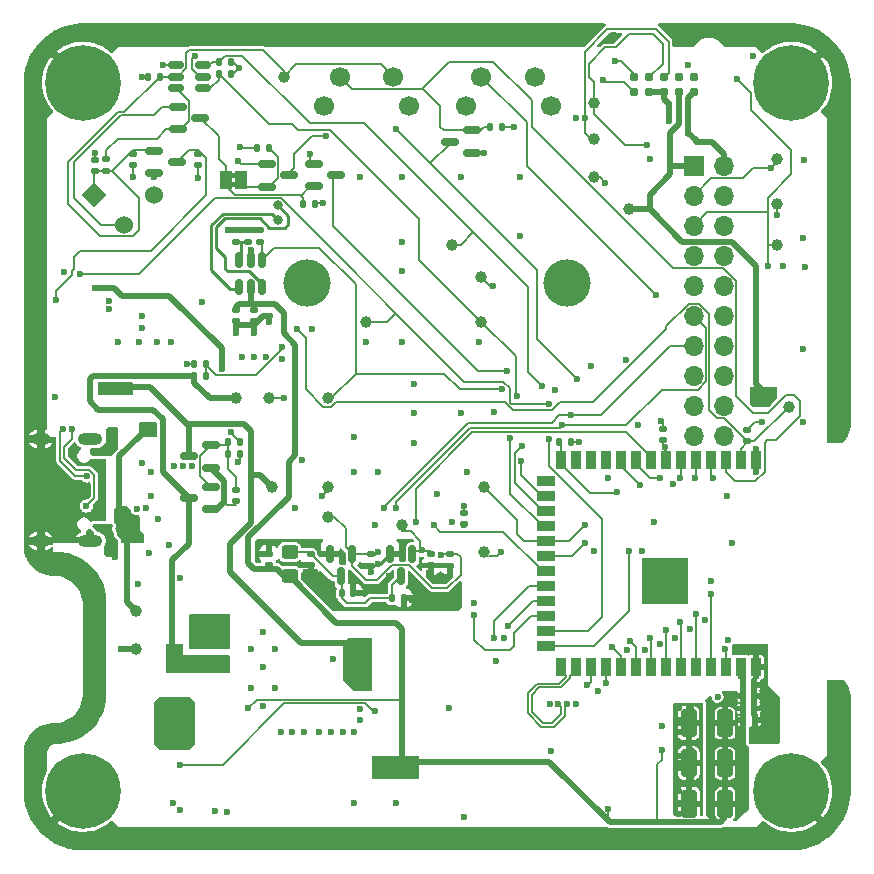
<source format=gbl>
%TF.GenerationSoftware,KiCad,Pcbnew,8.0.0*%
%TF.CreationDate,2024-03-17T03:11:13-07:00*%
%TF.ProjectId,ai-camera-rev3.2,61692d63-616d-4657-9261-2d726576332e,rev3.2*%
%TF.SameCoordinates,PX5a995c0PY2aea540*%
%TF.FileFunction,Copper,L4,Bot*%
%TF.FilePolarity,Positive*%
%FSLAX46Y46*%
G04 Gerber Fmt 4.6, Leading zero omitted, Abs format (unit mm)*
G04 Created by KiCad (PCBNEW 8.0.0) date 2024-03-17 03:11:13*
%MOMM*%
%LPD*%
G01*
G04 APERTURE LIST*
G04 Aperture macros list*
%AMRoundRect*
0 Rectangle with rounded corners*
0 $1 Rounding radius*
0 $2 $3 $4 $5 $6 $7 $8 $9 X,Y pos of 4 corners*
0 Add a 4 corners polygon primitive as box body*
4,1,4,$2,$3,$4,$5,$6,$7,$8,$9,$2,$3,0*
0 Add four circle primitives for the rounded corners*
1,1,$1+$1,$2,$3*
1,1,$1+$1,$4,$5*
1,1,$1+$1,$6,$7*
1,1,$1+$1,$8,$9*
0 Add four rect primitives between the rounded corners*
20,1,$1+$1,$2,$3,$4,$5,0*
20,1,$1+$1,$4,$5,$6,$7,0*
20,1,$1+$1,$6,$7,$8,$9,0*
20,1,$1+$1,$8,$9,$2,$3,0*%
%AMRotRect*
0 Rectangle, with rotation*
0 The origin of the aperture is its center*
0 $1 length*
0 $2 width*
0 $3 Rotation angle, in degrees counterclockwise*
0 Add horizontal line*
21,1,$1,$2,0,0,$3*%
G04 Aperture macros list end*
%TA.AperFunction,EtchedComponent*%
%ADD10C,0.000000*%
%TD*%
%TA.AperFunction,SMDPad,CuDef*%
%ADD11RoundRect,0.250000X0.412500X0.925000X-0.412500X0.925000X-0.412500X-0.925000X0.412500X-0.925000X0*%
%TD*%
%TA.AperFunction,ComponentPad*%
%ADD12C,3.600000*%
%TD*%
%TA.AperFunction,ConnectorPad*%
%ADD13C,6.400000*%
%TD*%
%TA.AperFunction,WasherPad*%
%ADD14C,4.000000*%
%TD*%
%TA.AperFunction,WasherPad*%
%ADD15C,1.700000*%
%TD*%
%TA.AperFunction,ComponentPad*%
%ADD16C,1.700000*%
%TD*%
%TA.AperFunction,ComponentPad*%
%ADD17C,0.800000*%
%TD*%
%TA.AperFunction,ComponentPad*%
%ADD18RotRect,1.524000X1.524000X45.000000*%
%TD*%
%TA.AperFunction,ComponentPad*%
%ADD19C,1.524000*%
%TD*%
%TA.AperFunction,ComponentPad*%
%ADD20R,1.700000X1.700000*%
%TD*%
%TA.AperFunction,ComponentPad*%
%ADD21O,1.700000X1.700000*%
%TD*%
%TA.AperFunction,ComponentPad*%
%ADD22O,2.100000X1.000000*%
%TD*%
%TA.AperFunction,ComponentPad*%
%ADD23O,1.600000X1.000000*%
%TD*%
%TA.AperFunction,SMDPad,CuDef*%
%ADD24RoundRect,0.150000X-0.587500X-0.150000X0.587500X-0.150000X0.587500X0.150000X-0.587500X0.150000X0*%
%TD*%
%TA.AperFunction,SMDPad,CuDef*%
%ADD25C,1.000000*%
%TD*%
%TA.AperFunction,SMDPad,CuDef*%
%ADD26RoundRect,0.135000X0.135000X0.185000X-0.135000X0.185000X-0.135000X-0.185000X0.135000X-0.185000X0*%
%TD*%
%TA.AperFunction,SMDPad,CuDef*%
%ADD27RoundRect,0.140000X0.170000X-0.140000X0.170000X0.140000X-0.170000X0.140000X-0.170000X-0.140000X0*%
%TD*%
%TA.AperFunction,SMDPad,CuDef*%
%ADD28R,0.900000X1.500000*%
%TD*%
%TA.AperFunction,SMDPad,CuDef*%
%ADD29R,1.500000X0.900000*%
%TD*%
%TA.AperFunction,ComponentPad*%
%ADD30C,0.500000*%
%TD*%
%TA.AperFunction,SMDPad,CuDef*%
%ADD31R,3.900000X3.900000*%
%TD*%
%TA.AperFunction,SMDPad,CuDef*%
%ADD32RoundRect,0.135000X-0.185000X0.135000X-0.185000X-0.135000X0.185000X-0.135000X0.185000X0.135000X0*%
%TD*%
%TA.AperFunction,SMDPad,CuDef*%
%ADD33RoundRect,0.140000X-0.140000X-0.170000X0.140000X-0.170000X0.140000X0.170000X-0.140000X0.170000X0*%
%TD*%
%TA.AperFunction,SMDPad,CuDef*%
%ADD34RoundRect,0.150000X0.587500X0.150000X-0.587500X0.150000X-0.587500X-0.150000X0.587500X-0.150000X0*%
%TD*%
%TA.AperFunction,SMDPad,CuDef*%
%ADD35RoundRect,0.140000X-0.170000X0.140000X-0.170000X-0.140000X0.170000X-0.140000X0.170000X0.140000X0*%
%TD*%
%TA.AperFunction,SMDPad,CuDef*%
%ADD36RoundRect,0.140000X0.140000X0.170000X-0.140000X0.170000X-0.140000X-0.170000X0.140000X-0.170000X0*%
%TD*%
%TA.AperFunction,SMDPad,CuDef*%
%ADD37RoundRect,0.150000X-0.150000X0.587500X-0.150000X-0.587500X0.150000X-0.587500X0.150000X0.587500X0*%
%TD*%
%TA.AperFunction,SMDPad,CuDef*%
%ADD38RoundRect,0.135000X-0.135000X-0.185000X0.135000X-0.185000X0.135000X0.185000X-0.135000X0.185000X0*%
%TD*%
%TA.AperFunction,SMDPad,CuDef*%
%ADD39R,1.000000X1.500000*%
%TD*%
%TA.AperFunction,SMDPad,CuDef*%
%ADD40RoundRect,0.150000X0.512500X0.150000X-0.512500X0.150000X-0.512500X-0.150000X0.512500X-0.150000X0*%
%TD*%
%TA.AperFunction,SMDPad,CuDef*%
%ADD41RoundRect,0.135000X0.185000X-0.135000X0.185000X0.135000X-0.185000X0.135000X-0.185000X-0.135000X0*%
%TD*%
%TA.AperFunction,SMDPad,CuDef*%
%ADD42RoundRect,0.150000X-0.150000X0.512500X-0.150000X-0.512500X0.150000X-0.512500X0.150000X0.512500X0*%
%TD*%
%TA.AperFunction,SMDPad,CuDef*%
%ADD43RoundRect,0.250000X0.450000X-0.325000X0.450000X0.325000X-0.450000X0.325000X-0.450000X-0.325000X0*%
%TD*%
%TA.AperFunction,ConnectorPad*%
%ADD44C,0.787400*%
%TD*%
%TA.AperFunction,ViaPad*%
%ADD45C,0.600000*%
%TD*%
%TA.AperFunction,Conductor*%
%ADD46C,0.127000*%
%TD*%
%TA.AperFunction,Conductor*%
%ADD47C,0.500000*%
%TD*%
%TA.AperFunction,Conductor*%
%ADD48C,0.250000*%
%TD*%
%TA.AperFunction,Conductor*%
%ADD49C,0.203200*%
%TD*%
%TA.AperFunction,Conductor*%
%ADD50C,0.200000*%
%TD*%
G04 APERTURE END LIST*
D10*
%TA.AperFunction,EtchedComponent*%
G36*
X18000000Y-13850000D02*
G01*
X17500000Y-13850000D01*
X17500000Y-13450000D01*
X18000000Y-13450000D01*
X18000000Y-13850000D01*
G37*
%TD.AperFunction*%
%TA.AperFunction,EtchedComponent*%
G36*
X18000000Y-13050000D02*
G01*
X17500000Y-13050000D01*
X17500000Y-12650000D01*
X18000000Y-12650000D01*
X18000000Y-13050000D01*
G37*
%TD.AperFunction*%
D11*
X59362500Y-59250000D03*
X56287500Y-59250000D03*
D12*
X5000000Y-65000000D03*
D13*
X5000000Y-65000000D03*
D12*
X5000000Y-5000000D03*
D13*
X5000000Y-5000000D03*
D14*
X24000000Y-22000000D03*
X46000000Y-22000000D03*
D15*
X44600000Y-7000000D03*
X37400000Y-7000000D03*
D16*
X43250000Y-4500000D03*
X38750000Y-4500000D03*
D15*
X32600000Y-7000000D03*
X25400000Y-7000000D03*
D16*
X31250000Y-4500000D03*
X26750000Y-4500000D03*
D17*
X21500000Y-16625000D03*
X21500000Y-15375000D03*
D18*
X5960000Y-14500000D03*
D19*
X8500000Y-17040000D03*
X11040000Y-14500000D03*
D12*
X65000000Y-5000000D03*
D13*
X65000000Y-5000000D03*
D20*
X56725000Y-12075000D03*
D21*
X59265000Y-12075000D03*
X56725000Y-14615000D03*
X59265000Y-14615000D03*
X56725000Y-17155000D03*
X59265000Y-17155000D03*
X56725000Y-19695000D03*
X59265000Y-19695000D03*
X56725000Y-22235000D03*
X59265000Y-22235000D03*
X56725000Y-24775000D03*
X59265000Y-24775000D03*
X56725000Y-27315000D03*
X59265000Y-27315000D03*
X56725000Y-29855000D03*
X59265000Y-29855000D03*
X56725000Y-32395000D03*
X59265000Y-32395000D03*
X56725000Y-34935000D03*
X59265000Y-34935000D03*
D22*
X5630000Y-35180000D03*
D23*
X1450000Y-35180000D03*
D22*
X5630000Y-43820000D03*
D23*
X1450000Y-43820000D03*
D12*
X65000000Y-65000000D03*
D13*
X65000000Y-65000000D03*
D24*
X20562500Y-13810000D03*
X20562500Y-11910000D03*
X22437500Y-12860000D03*
D11*
X59375000Y-62637500D03*
X56300000Y-62637500D03*
D25*
X25750000Y-31750000D03*
D26*
X15430000Y-28870000D03*
X14410000Y-28870000D03*
D25*
X9500000Y-53000000D03*
D27*
X61250000Y-35390000D03*
X61250000Y-34430000D03*
D28*
X61980000Y-54480000D03*
X60710000Y-54480000D03*
X59440000Y-54480000D03*
X58170000Y-54480000D03*
X56900000Y-54480000D03*
X55630000Y-54480000D03*
X54360000Y-54480000D03*
X53090000Y-54480000D03*
X51820000Y-54480000D03*
X50550000Y-54480000D03*
X49280000Y-54480000D03*
X48010000Y-54480000D03*
X46740000Y-54480000D03*
X45470000Y-54480000D03*
D29*
X44220000Y-52715000D03*
X44220000Y-51445000D03*
X44220000Y-50175000D03*
X44220000Y-48905000D03*
X44220000Y-47635000D03*
X44220000Y-46365000D03*
X44220000Y-45095000D03*
X44220000Y-43825000D03*
X44220000Y-42555000D03*
X44220000Y-41285000D03*
X44220000Y-40015000D03*
X44220000Y-38745000D03*
D28*
X45470000Y-36980000D03*
X46740000Y-36980000D03*
X48010000Y-36980000D03*
X49280000Y-36980000D03*
X50550000Y-36980000D03*
X51820000Y-36980000D03*
X53090000Y-36980000D03*
X54360000Y-36980000D03*
X55630000Y-36980000D03*
X56900000Y-36980000D03*
X58170000Y-36980000D03*
X59440000Y-36980000D03*
X60710000Y-36980000D03*
X61980000Y-36980000D03*
D30*
X54960000Y-48630000D03*
X53560000Y-48630000D03*
X55660000Y-47930000D03*
X54260000Y-47930000D03*
X52860000Y-47930000D03*
X54960000Y-47230000D03*
D31*
X54260000Y-47230000D03*
D30*
X53560000Y-47230000D03*
X55660000Y-46530000D03*
X54260000Y-46530000D03*
X52860000Y-46530000D03*
X54960000Y-45830000D03*
X53560000Y-45830000D03*
D25*
X25750000Y-39250000D03*
D27*
X18000000Y-18480000D03*
X18000000Y-17520000D03*
X19500000Y-25230000D03*
X19500000Y-24270000D03*
X37236400Y-42418000D03*
X37236400Y-41458000D03*
D25*
X39000000Y-39250000D03*
D32*
X20000000Y-17490000D03*
X20000000Y-18510000D03*
D25*
X51250000Y-15750000D03*
D27*
X14750000Y-11980000D03*
X14750000Y-11020000D03*
X18000000Y-25230000D03*
X18000000Y-24270000D03*
D33*
X60895000Y-56975000D03*
X61855000Y-56975000D03*
D34*
X15837500Y-39210000D03*
X15837500Y-41110000D03*
X13962500Y-40160000D03*
D27*
X6000000Y-12480000D03*
X6000000Y-11520000D03*
D35*
X29413200Y-44941900D03*
X29413200Y-45901900D03*
D26*
X40510000Y-8750000D03*
X39490000Y-8750000D03*
D36*
X11500000Y-4500000D03*
X10540000Y-4500000D03*
D11*
X59387500Y-66050000D03*
X56312500Y-66050000D03*
D25*
X22000000Y-4500000D03*
D37*
X30990200Y-44934900D03*
X32890200Y-44934900D03*
X31940200Y-46809900D03*
D25*
X48250000Y-6750000D03*
X63750000Y-11500000D03*
D36*
X46300000Y-35440000D03*
X45340000Y-35440000D03*
D27*
X20726400Y-45878800D03*
X20726400Y-44918800D03*
D26*
X17510000Y-3250000D03*
X16490000Y-3250000D03*
D38*
X19740000Y-10570000D03*
X20760000Y-10570000D03*
D27*
X20750000Y-24730000D03*
X20750000Y-23770000D03*
D24*
X11062500Y-12700000D03*
X11062500Y-10800000D03*
X12937500Y-11750000D03*
D33*
X60895000Y-55975000D03*
X61855000Y-55975000D03*
D25*
X9500000Y-49750000D03*
D39*
X17100000Y-13250000D03*
X18400000Y-13250000D03*
D24*
X13062500Y-8950000D03*
X13062500Y-7050000D03*
X14937500Y-8000000D03*
D40*
X15137500Y-3550000D03*
X15137500Y-4500000D03*
X15137500Y-5450000D03*
X12862500Y-5450000D03*
X12862500Y-4500000D03*
X12862500Y-3550000D03*
D26*
X17510000Y-4250000D03*
X16490000Y-4250000D03*
D25*
X64750000Y-32500000D03*
D35*
X24282400Y-44918800D03*
X24282400Y-45878800D03*
D25*
X36250000Y-18750000D03*
X18000000Y-31750000D03*
D38*
X17310000Y-36460000D03*
X18330000Y-36460000D03*
D41*
X7000000Y-12510000D03*
X7000000Y-11490000D03*
D26*
X18330000Y-35450000D03*
X17310000Y-35450000D03*
D33*
X60920000Y-59000000D03*
X61880000Y-59000000D03*
X31206200Y-48666400D03*
X32166200Y-48666400D03*
D25*
X63750000Y-15250000D03*
D35*
X9250000Y-11020000D03*
X9250000Y-11980000D03*
X54102000Y-34346000D03*
X54102000Y-35306000D03*
D33*
X60895000Y-58000000D03*
X61855000Y-58000000D03*
X26952000Y-48260000D03*
X27912000Y-48260000D03*
D25*
X38750000Y-21500000D03*
X29000000Y-25250000D03*
D27*
X19000000Y-18480000D03*
X19000000Y-17520000D03*
D42*
X18250000Y-20062500D03*
X19200000Y-20062500D03*
X20150000Y-20062500D03*
X20150000Y-22337500D03*
X19200000Y-22337500D03*
X18250000Y-22337500D03*
D34*
X37937500Y-9050000D03*
X37937500Y-10950000D03*
X36062500Y-10000000D03*
D43*
X22504400Y-46795800D03*
X22504400Y-44745800D03*
D25*
X63750000Y-18750000D03*
X25750000Y-41750000D03*
X20750000Y-31750000D03*
D35*
X34512200Y-44932900D03*
X34512200Y-45892900D03*
D25*
X48250000Y-9750000D03*
D26*
X24635000Y-15300000D03*
X23615000Y-15300000D03*
D25*
X39000000Y-44750000D03*
D35*
X18000000Y-39480000D03*
X18000000Y-40440000D03*
X36068000Y-44935200D03*
X36068000Y-45895200D03*
D37*
X25923200Y-44934900D03*
X27823200Y-44934900D03*
X26873200Y-46809900D03*
D24*
X24562500Y-13800000D03*
X24562500Y-11900000D03*
X26437500Y-12850000D03*
D25*
X48250000Y-13000000D03*
D44*
X56740000Y-5835000D03*
X55470000Y-5835000D03*
X54200000Y-5835000D03*
X52930000Y-5835000D03*
X51660000Y-5835000D03*
X51660000Y-4565000D03*
X52930000Y-4565000D03*
X54200000Y-4565000D03*
X55470000Y-4565000D03*
X56740000Y-4565000D03*
D25*
X21000000Y-39250000D03*
X38750000Y-25250000D03*
D38*
X14410000Y-29880000D03*
X15430000Y-29880000D03*
D25*
X32000000Y-42500000D03*
D34*
X15837500Y-35700000D03*
X15837500Y-37600000D03*
X13962500Y-36650000D03*
D45*
X54600000Y-7550000D03*
X58740000Y-57010000D03*
X28500000Y-59000000D03*
X6000000Y-11000000D03*
X39850000Y-32870000D03*
X28469205Y-58050000D03*
X11750000Y-3500000D03*
X13500000Y-37500000D03*
X22000000Y-31750000D03*
X26000000Y-60000000D03*
X11800000Y-59400000D03*
X64250000Y-20500000D03*
X62500000Y-57000000D03*
X56500000Y-64000000D03*
X10350000Y-41025000D03*
X53000000Y-11500000D03*
X37000000Y-33000000D03*
X33000000Y-30500000D03*
X51000000Y-28500000D03*
X18250000Y-3750000D03*
X32896917Y-48779083D03*
X11000000Y-13000000D03*
X55500000Y-66925500D03*
X59584483Y-52218483D03*
X17250000Y-17500000D03*
X10000000Y-37250000D03*
X20500000Y-28250000D03*
X28000000Y-60000000D03*
X13249500Y-46990000D03*
X48650000Y-56550000D03*
X24638000Y-46440000D03*
X60000000Y-44000000D03*
X7300000Y-43575000D03*
X12725000Y-60775000D03*
X66000000Y-33750000D03*
X54600000Y-8250000D03*
X10621692Y-44835022D03*
X63000000Y-56500000D03*
X20250000Y-57767600D03*
X19500000Y-26250000D03*
X8000000Y-27000000D03*
X17025000Y-51500000D03*
X57658000Y-50546000D03*
X55118000Y-52070000D03*
X20088035Y-44911965D03*
X51054000Y-53086000D03*
X18500000Y-28250000D03*
X62500000Y-56000000D03*
X56500000Y-58000000D03*
X7234026Y-24150065D03*
X2625000Y-31650000D03*
X29750000Y-42500000D03*
X19500000Y-28250000D03*
X65975000Y-18125000D03*
X12610000Y-65980000D03*
X7475000Y-35500000D03*
X55000000Y-39000000D03*
X15900000Y-50600000D03*
X62353000Y-52983229D03*
X3400000Y-21030000D03*
X32000000Y-18500000D03*
X52324000Y-44704000D03*
X42000000Y-18000000D03*
X10000000Y-24750000D03*
X11800000Y-60325000D03*
X32000000Y-13000000D03*
X22750000Y-60000000D03*
X55500000Y-59000000D03*
X33000000Y-35500000D03*
X49250000Y-13500000D03*
X63000000Y-57500000D03*
X21000000Y-44000000D03*
X10750000Y-40000000D03*
X46999146Y-35422111D03*
X54625000Y-6850000D03*
X55500000Y-58000000D03*
X52578000Y-53086000D03*
X41500000Y-8750000D03*
X11250000Y-27000000D03*
X14800000Y-50600000D03*
X40000000Y-54000000D03*
X9700000Y-47450000D03*
X11800000Y-57750000D03*
X20250000Y-54500000D03*
X35306000Y-46882000D03*
X18100000Y-11625000D03*
X16200000Y-66700000D03*
X60250000Y-53000000D03*
X9750000Y-27000000D03*
X28000000Y-66000000D03*
X7700000Y-45200000D03*
X39750000Y-22250000D03*
X28000000Y-35000000D03*
X65950000Y-27525000D03*
X45000000Y-31000000D03*
X46750000Y-57650000D03*
X25300000Y-15160000D03*
X29000000Y-27000000D03*
X28448000Y-48260000D03*
X14900000Y-52300000D03*
X48250000Y-44629123D03*
X62500000Y-59000000D03*
X62500000Y-58000000D03*
X31500000Y-66000000D03*
X24384000Y-25908000D03*
X21250000Y-53000000D03*
X55500000Y-65000000D03*
X55500000Y-62000000D03*
X28000000Y-38000000D03*
X8250000Y-53000000D03*
X12500000Y-27000000D03*
X20102600Y-44000000D03*
X40443828Y-44750863D03*
X36250000Y-42250000D03*
X38110000Y-49070000D03*
X13800000Y-28860000D03*
X55500000Y-66000000D03*
X35020000Y-39870000D03*
X17200000Y-66750000D03*
X30000000Y-38000000D03*
X14500000Y-2750000D03*
X29413200Y-46440000D03*
X33000000Y-33000000D03*
X37500000Y-38000000D03*
X12750000Y-37500000D03*
X9600000Y-41075000D03*
X7475000Y-34625000D03*
X15110000Y-23580000D03*
X37000000Y-13000000D03*
X46750000Y-8000000D03*
X23000000Y-41000000D03*
X59500000Y-40000000D03*
X12306655Y-44180096D03*
X13225000Y-66575000D03*
X19250000Y-56250000D03*
X10000000Y-4500000D03*
X53990000Y-33650000D03*
X26390000Y-44890000D03*
X62000000Y-36000000D03*
X23750000Y-60000000D03*
X10750000Y-38000000D03*
X66025000Y-11550000D03*
X27000000Y-60000000D03*
X9250000Y-13000000D03*
X42000000Y-13000000D03*
X58166000Y-47244000D03*
X37290000Y-67200000D03*
X55500000Y-60000000D03*
X55500000Y-63000000D03*
X49500000Y-38500000D03*
X56500000Y-61500000D03*
X44525000Y-57650000D03*
X18173800Y-37155053D03*
X63750000Y-16250000D03*
X48000000Y-29000000D03*
X25250000Y-40000000D03*
X23876000Y-46440000D03*
X21250000Y-56250000D03*
X61750000Y-2750000D03*
X62500000Y-33750000D03*
X25000000Y-60000000D03*
X20250000Y-51500000D03*
X10000000Y-25750000D03*
X11825000Y-58550000D03*
X7229838Y-23485458D03*
X30930000Y-46790000D03*
X18000000Y-26250000D03*
X14750000Y-13126576D03*
X29993492Y-45755995D03*
X36000000Y-58000000D03*
X62000000Y-37000000D03*
X39000000Y-11000000D03*
X54000000Y-59500000D03*
X20750000Y-25250000D03*
X40700000Y-52050000D03*
X52000000Y-34000000D03*
X36068000Y-46440000D03*
X21844000Y-28448000D03*
X21750000Y-60000000D03*
X37250000Y-40825000D03*
X24260000Y-11050000D03*
X38500000Y-27000000D03*
X14250000Y-37500000D03*
X28500000Y-13000000D03*
X56225000Y-3525000D03*
X34280000Y-46530000D03*
X32000000Y-27000000D03*
X56388000Y-51308000D03*
X23539191Y-36987921D03*
X61000000Y-53000000D03*
X53848000Y-52578000D03*
X18300000Y-10500000D03*
X32000000Y-21000000D03*
X7300000Y-44450000D03*
X53350000Y-42199998D03*
X11350000Y-41925000D03*
X19200000Y-19200000D03*
X66125000Y-20650000D03*
X19250000Y-53000000D03*
X26162000Y-53806000D03*
X44610000Y-61620000D03*
X15900000Y-52300000D03*
X62000000Y-38000000D03*
X69000000Y-29000000D03*
X20000000Y-69000000D03*
X30000000Y-1000000D03*
X20000000Y-1000000D03*
X1000000Y-29000000D03*
X41000000Y-69000000D03*
X41000000Y-1000000D03*
X10000000Y-69000000D03*
X1000000Y-40000000D03*
X6000000Y-56000000D03*
X6000000Y-49000000D03*
X10000000Y-1000000D03*
X50000000Y-69000000D03*
X30000000Y-69000000D03*
X69000000Y-9000000D03*
X1000000Y-62000000D03*
X60000000Y-1000000D03*
X50000000Y-1000000D03*
X69000000Y-59000000D03*
X1000000Y-9000000D03*
X69000000Y-19000000D03*
X1000000Y-19000000D03*
X60000000Y-69000000D03*
X56875000Y-9900000D03*
X29000000Y-54000000D03*
X8685000Y-30745000D03*
X6815000Y-30715000D03*
X28200000Y-52450000D03*
X29000000Y-55000000D03*
X56250000Y-9275000D03*
X56225000Y-6875000D03*
X29000000Y-56000000D03*
X7795000Y-30725000D03*
X2730000Y-23438550D03*
X29000000Y-53000000D03*
X15750000Y-54500000D03*
X14850000Y-54450000D03*
X14000000Y-54500000D03*
X12680000Y-53500000D03*
X61000000Y-63500000D03*
X33000000Y-62500000D03*
X54000000Y-61500000D03*
X49470000Y-66530000D03*
X63000000Y-32250000D03*
X61000000Y-62500000D03*
X33020000Y-63458000D03*
X32004000Y-63458000D03*
X19000000Y-58000000D03*
X62250000Y-32250000D03*
X32000000Y-62500000D03*
X63000000Y-31500000D03*
X62250000Y-31500000D03*
X61000000Y-61625000D03*
X50249992Y-39647776D03*
X60375000Y-4675000D03*
X63000000Y-20500000D03*
X50061518Y-3190097D03*
X59410000Y-54770000D03*
X59385200Y-52933600D03*
X63250000Y-12250000D03*
X49021814Y-4775000D03*
X54250000Y-35840000D03*
X53500000Y-23000000D03*
X35353517Y-45046483D03*
X30030000Y-44710000D03*
X33680000Y-44600000D03*
X51308000Y-52324000D03*
X37250000Y-42500000D03*
X11000000Y-34750000D03*
X8100000Y-41300000D03*
X10000000Y-34728358D03*
X8050000Y-42750000D03*
X8075000Y-42025000D03*
X45261500Y-57650000D03*
X45988500Y-57650000D03*
X58369200Y-38455600D03*
X52750000Y-10250000D03*
X47500000Y-8000000D03*
X56794400Y-38455600D03*
X52140000Y-39050000D03*
X53860000Y-38500000D03*
X58216800Y-48310800D03*
X56946800Y-49987200D03*
X55575200Y-50647600D03*
X54356000Y-51358800D03*
X53035200Y-52070000D03*
X49784000Y-52832000D03*
X49276000Y-55829200D03*
X47720000Y-56050000D03*
X34750000Y-42500000D03*
X33223200Y-42250000D03*
X38130000Y-50110000D03*
X40993594Y-51056006D03*
X39776400Y-52019200D03*
X51206400Y-44704000D03*
X45590002Y-34036000D03*
X31500000Y-41000000D03*
X30500000Y-41000000D03*
X47500000Y-44000000D03*
X46320000Y-33150000D03*
X6025971Y-22366501D03*
X16750000Y-29250000D03*
X3346394Y-34305199D03*
X5358517Y-38311483D03*
X47500000Y-42500000D03*
X5290000Y-40860000D03*
X4070000Y-34370000D03*
X23114000Y-25908000D03*
X21844000Y-27432000D03*
X43850000Y-38630000D03*
X43850000Y-30690000D03*
X41780000Y-31510000D03*
X41200000Y-35110000D03*
X55570000Y-38490000D03*
X42090000Y-37010000D03*
X40480000Y-30970000D03*
X4720000Y-21250000D03*
X44480000Y-32220000D03*
X44490000Y-35160000D03*
X40880000Y-29460000D03*
X42160000Y-35780000D03*
X25600000Y-9500000D03*
X46820000Y-30080000D03*
X13250000Y-62790000D03*
X29750000Y-58190000D03*
X31500000Y-8900000D03*
X17580000Y-34570000D03*
D46*
X40510000Y-8750000D02*
X41500000Y-8750000D01*
X6000000Y-11520000D02*
X6000000Y-11000000D01*
D47*
X19500000Y-25500000D02*
X20270000Y-24730000D01*
X54200000Y-5835000D02*
X54200000Y-6425000D01*
D46*
X62000000Y-38000000D02*
X62000000Y-37000000D01*
D47*
X54600000Y-7550000D02*
X54625000Y-7575000D01*
D46*
X40074691Y-45120000D02*
X40443828Y-44750863D01*
X32461200Y-48836200D02*
X32518317Y-48779083D01*
X20750000Y-31750000D02*
X22000000Y-31750000D01*
X11062500Y-12700000D02*
X11062500Y-12937500D01*
X11800000Y-3550000D02*
X11750000Y-3500000D01*
X36068000Y-46190200D02*
X36068000Y-46440000D01*
X37236400Y-40838600D02*
X37250000Y-40825000D01*
X24635000Y-15300000D02*
X24775000Y-15160000D01*
X61250000Y-34430000D02*
X61930000Y-33750000D01*
X39370000Y-45120000D02*
X40074691Y-45120000D01*
X25968100Y-44890000D02*
X26390000Y-44890000D01*
D47*
X54625000Y-7575000D02*
X54625000Y-8225000D01*
X18000000Y-25525000D02*
X18000000Y-26250000D01*
D46*
X25750000Y-39500000D02*
X25250000Y-40000000D01*
X18330000Y-36998853D02*
X18173800Y-37155053D01*
X38750000Y-21500000D02*
X39500000Y-22250000D01*
D47*
X20000000Y-17490000D02*
X18030000Y-17490000D01*
D46*
X20302500Y-11910000D02*
X18385000Y-11910000D01*
D47*
X9500000Y-53000000D02*
X8250000Y-53000000D01*
D46*
X48750000Y-13000000D02*
X49250000Y-13500000D01*
X17510000Y-3250000D02*
X17750000Y-3250000D01*
X46981257Y-35440000D02*
X46999146Y-35422111D01*
D47*
X20270000Y-24730000D02*
X20750000Y-24730000D01*
D46*
X37937500Y-10950000D02*
X38950000Y-10950000D01*
X12862500Y-3550000D02*
X11800000Y-3550000D01*
X18370000Y-10570000D02*
X18300000Y-10500000D01*
X24260000Y-11887500D02*
X24260000Y-11050000D01*
D47*
X18000000Y-17520000D02*
X17270000Y-17520000D01*
X19200000Y-20062500D02*
X19200000Y-19200000D01*
X54200000Y-6425000D02*
X54625000Y-6850000D01*
D46*
X39500000Y-22250000D02*
X39750000Y-22250000D01*
X11062500Y-12937500D02*
X11000000Y-13000000D01*
D47*
X19500000Y-25525000D02*
X19500000Y-26250000D01*
D46*
X14410000Y-28870000D02*
X13810000Y-28870000D01*
X13810000Y-28870000D02*
X13800000Y-28860000D01*
D47*
X20750000Y-24730000D02*
X20750000Y-25250000D01*
D46*
X37236400Y-41458000D02*
X37236400Y-40838600D01*
D47*
X17270000Y-17520000D02*
X17250000Y-17500000D01*
D46*
X10540000Y-4500000D02*
X10000000Y-4500000D01*
X14750000Y-13126576D02*
X14750000Y-12275000D01*
X29413200Y-46440000D02*
X29413200Y-46196900D01*
D47*
X19500000Y-25525000D02*
X19500000Y-25500000D01*
D46*
X29859487Y-45890000D02*
X29720100Y-45890000D01*
X18330000Y-36460000D02*
X18330000Y-36998853D01*
D47*
X54625000Y-7525000D02*
X54600000Y-7550000D01*
D46*
X27912000Y-48260000D02*
X28448000Y-48260000D01*
D47*
X54625000Y-8225000D02*
X54600000Y-8250000D01*
D46*
X24775000Y-15160000D02*
X25300000Y-15160000D01*
X18385000Y-11910000D02*
X18100000Y-11625000D01*
X14284500Y-2965500D02*
X14500000Y-2750000D01*
X54102000Y-34346000D02*
X54102000Y-33762000D01*
X17750000Y-4250000D02*
X18250000Y-3750000D01*
X14943460Y-4500000D02*
X14284500Y-3841040D01*
X32518317Y-48779083D02*
X32896917Y-48779083D01*
X14284500Y-3841040D02*
X14284500Y-2965500D01*
D47*
X54200000Y-5835000D02*
X52930000Y-5835000D01*
D46*
X9250000Y-12275000D02*
X9250000Y-13000000D01*
X61930000Y-33750000D02*
X62500000Y-33750000D01*
X29993492Y-45755995D02*
X29859487Y-45890000D01*
X17510000Y-4250000D02*
X17750000Y-4250000D01*
X63750000Y-15250000D02*
X63750000Y-16250000D01*
X17750000Y-3250000D02*
X18250000Y-3750000D01*
D48*
X30169105Y-45755995D02*
X30990200Y-44934900D01*
D47*
X18000000Y-25525000D02*
X19500000Y-25525000D01*
D46*
X34512200Y-46440000D02*
X34512200Y-46187900D01*
D48*
X29993492Y-45755995D02*
X30169105Y-45755995D01*
D47*
X54625000Y-6850000D02*
X54625000Y-7525000D01*
D46*
X46300000Y-35440000D02*
X46981257Y-35440000D01*
X19740000Y-10570000D02*
X18370000Y-10570000D01*
X54102000Y-33762000D02*
X53990000Y-33650000D01*
D47*
X62000000Y-36000000D02*
X62000000Y-38000000D01*
D46*
X38950000Y-10950000D02*
X39000000Y-11000000D01*
D47*
X19230000Y-34480000D02*
X19230000Y-34730000D01*
X10665000Y-30745000D02*
X13880000Y-33960000D01*
X23450000Y-52450000D02*
X28200000Y-52450000D01*
X58250000Y-10000000D02*
X56900000Y-10000000D01*
X13880000Y-33960000D02*
X13947000Y-33893000D01*
X56225000Y-6875000D02*
X56225000Y-9250000D01*
D49*
X13880000Y-33960000D02*
X13880000Y-36567500D01*
X4051600Y-21299902D02*
X4051600Y-20966892D01*
D47*
X56225000Y-6875000D02*
X56250000Y-6850000D01*
X18643000Y-33893000D02*
X19230000Y-34480000D01*
X13947000Y-33893000D02*
X18643000Y-33893000D01*
D49*
X4051600Y-20966892D02*
X4250000Y-20768492D01*
D47*
X56250000Y-6325000D02*
X56740000Y-5835000D01*
D49*
X4750000Y-19250000D02*
X10750000Y-19250000D01*
D47*
X56875000Y-9975000D02*
X56875000Y-9900000D01*
D49*
X2730000Y-23438550D02*
X2730000Y-22621502D01*
D47*
X19230000Y-38250000D02*
X20000000Y-38250000D01*
X8685000Y-30745000D02*
X10665000Y-30745000D01*
X59265000Y-12075000D02*
X59265000Y-11015000D01*
X59265000Y-11015000D02*
X58250000Y-10000000D01*
D49*
X15453600Y-14546400D02*
X15453600Y-11428600D01*
D47*
X56875000Y-9900000D02*
X56250000Y-9275000D01*
D49*
X14750000Y-10725000D02*
X13962500Y-10725000D01*
D47*
X19230000Y-42270000D02*
X17430000Y-44070000D01*
X56225000Y-9250000D02*
X56250000Y-9275000D01*
D49*
X2730000Y-22621502D02*
X4051600Y-21299902D01*
D47*
X17430000Y-46430000D02*
X23450000Y-52450000D01*
X20000000Y-38250000D02*
X21000000Y-39250000D01*
X56250000Y-6850000D02*
X56250000Y-6325000D01*
D49*
X10750000Y-19250000D02*
X15453600Y-14546400D01*
X4250000Y-19750000D02*
X4750000Y-19250000D01*
D47*
X19230000Y-38250000D02*
X19230000Y-42270000D01*
X19230000Y-34730000D02*
X19230000Y-38250000D01*
X17430000Y-44070000D02*
X17430000Y-46430000D01*
D49*
X15453600Y-11428600D02*
X14750000Y-10725000D01*
X13880000Y-33960000D02*
X10635000Y-30715000D01*
D47*
X56900000Y-10000000D02*
X56875000Y-9975000D01*
D49*
X13962500Y-10725000D02*
X12937500Y-11750000D01*
D47*
X13962500Y-34042500D02*
X13880000Y-33960000D01*
D49*
X4250000Y-20768492D02*
X4250000Y-19750000D01*
X10635000Y-30715000D02*
X6815000Y-30715000D01*
D47*
X13962500Y-36650000D02*
X13962500Y-34042500D01*
X11771288Y-37968788D02*
X13962500Y-40160000D01*
X14410000Y-30410000D02*
X15750000Y-31750000D01*
X11771288Y-33521288D02*
X11771288Y-37968788D01*
X15750000Y-31750000D02*
X18000000Y-31750000D01*
X12573000Y-53393000D02*
X12573000Y-45427000D01*
X13962500Y-44037500D02*
X13962500Y-40160000D01*
X5625000Y-30125000D02*
X5625000Y-31995000D01*
X12573000Y-45427000D02*
X13962500Y-44037500D01*
X5625000Y-31995000D02*
X6320000Y-32690000D01*
X14410000Y-29880000D02*
X5870000Y-29880000D01*
X14410000Y-29880000D02*
X14410000Y-30410000D01*
X6320000Y-32690000D02*
X10940000Y-32690000D01*
X12680000Y-53500000D02*
X12573000Y-53393000D01*
X5870000Y-29880000D02*
X5625000Y-30125000D01*
X10940000Y-32690000D02*
X11771288Y-33521288D01*
D46*
X6000000Y-12480000D02*
X6970000Y-12480000D01*
X30209500Y-3459500D02*
X31250000Y-4500000D01*
X13990500Y-2259500D02*
X20259500Y-2259500D01*
X11500000Y-4500000D02*
X8504000Y-7496000D01*
X3750000Y-11750000D02*
X3750000Y-15250000D01*
X7000000Y-12510000D02*
X7490000Y-12510000D01*
X13750000Y-2500000D02*
X13990500Y-2259500D01*
X22000000Y-4500000D02*
X23040500Y-3459500D01*
X22000000Y-4000000D02*
X22000000Y-4500000D01*
X8004000Y-7496000D02*
X3750000Y-11750000D01*
X12862500Y-4500000D02*
X11500000Y-4500000D01*
X11062500Y-10800000D02*
X11012500Y-10750000D01*
X6492500Y-17992500D02*
X9257500Y-17992500D01*
X13056540Y-4500000D02*
X13750000Y-3806540D01*
X5960000Y-12520000D02*
X5960000Y-14500000D01*
X9250000Y-10750000D02*
X7490000Y-12510000D01*
X3750000Y-15250000D02*
X6492500Y-17992500D01*
X11012500Y-10750000D02*
X9250000Y-10750000D01*
X9750000Y-17500000D02*
X9750000Y-14770000D01*
X23040500Y-3459500D02*
X30209500Y-3459500D01*
X20259500Y-2259500D02*
X22000000Y-4000000D01*
X8504000Y-7496000D02*
X8004000Y-7496000D01*
X9750000Y-14770000D02*
X7490000Y-12510000D01*
X9257500Y-17992500D02*
X9750000Y-17500000D01*
X13750000Y-3806540D02*
X13750000Y-2500000D01*
D47*
X56725000Y-12075000D02*
X54825000Y-12075000D01*
D49*
X53630000Y-62720000D02*
X53630000Y-67502500D01*
X32000000Y-57250000D02*
X20500000Y-57250000D01*
D47*
X53730000Y-67602500D02*
X49602500Y-67602500D01*
X55470000Y-8530000D02*
X54750000Y-9250000D01*
D49*
X53630000Y-62720000D02*
X54000000Y-62350000D01*
D47*
X58997500Y-67602500D02*
X53730000Y-67602500D01*
X54750000Y-9250000D02*
X54750000Y-12000000D01*
X21270000Y-23770000D02*
X20750000Y-23770000D01*
X59387500Y-66050000D02*
X59387500Y-67212500D01*
X22045800Y-46795800D02*
X21423800Y-46173800D01*
X32000000Y-51250000D02*
X32000000Y-57250000D01*
D49*
X49470000Y-66530000D02*
X49470000Y-67470000D01*
D47*
X19000000Y-45670000D02*
X19000000Y-43500000D01*
X20750000Y-23770000D02*
X18205000Y-23770000D01*
X53000000Y-14500000D02*
X53000000Y-15750000D01*
X21423800Y-46173800D02*
X19503800Y-46173800D01*
X32000000Y-57250000D02*
X32000000Y-62500000D01*
D49*
X20500000Y-57250000D02*
X20489000Y-57239000D01*
D47*
X23000000Y-27250000D02*
X22000000Y-26250000D01*
D49*
X19761000Y-57239000D02*
X19000000Y-58000000D01*
D47*
X54825000Y-12075000D02*
X54750000Y-12000000D01*
X59387500Y-67212500D02*
X58997500Y-67602500D01*
X54750000Y-12750000D02*
X53000000Y-14500000D01*
X51250000Y-15750000D02*
X53000000Y-15750000D01*
X22000000Y-26250000D02*
X22000000Y-24500000D01*
X63000000Y-31500000D02*
X62000000Y-30500000D01*
X60895000Y-56975000D02*
X60895000Y-57220000D01*
X18205000Y-23770000D02*
X18000000Y-23975000D01*
X23000000Y-36579354D02*
X23000000Y-27250000D01*
X55718000Y-18468000D02*
X53000000Y-15750000D01*
D49*
X20489000Y-57239000D02*
X19761000Y-57239000D01*
D47*
X60895000Y-55975000D02*
X60895000Y-54665000D01*
X59968000Y-18468000D02*
X55718000Y-18468000D01*
X31500000Y-50750000D02*
X32000000Y-51250000D01*
D49*
X53630000Y-67502500D02*
X53730000Y-67602500D01*
D47*
X60895000Y-55975000D02*
X60895000Y-56975000D01*
X19503800Y-46173800D02*
X19000000Y-45670000D01*
X22448000Y-40052000D02*
X22448000Y-37131354D01*
X22504400Y-46795800D02*
X26458600Y-50750000D01*
X22448000Y-37131354D02*
X23000000Y-36579354D01*
D49*
X49470000Y-67470000D02*
X49602500Y-67602500D01*
X54000000Y-61500000D02*
X54000000Y-62350000D01*
D47*
X49602500Y-67602500D02*
X44500000Y-62500000D01*
X22504400Y-46795800D02*
X22045800Y-46795800D01*
X54750000Y-12000000D02*
X54750000Y-12750000D01*
X62000000Y-20500000D02*
X59968000Y-18468000D01*
X19000000Y-43500000D02*
X22448000Y-40052000D01*
X19200000Y-22337500D02*
X19200000Y-23675000D01*
X44500000Y-62500000D02*
X33000000Y-62500000D01*
X55470000Y-5835000D02*
X55470000Y-8530000D01*
X26458600Y-50750000D02*
X31500000Y-50750000D01*
X22000000Y-24500000D02*
X21270000Y-23770000D01*
X19200000Y-23675000D02*
X19500000Y-23975000D01*
X62000000Y-30500000D02*
X62000000Y-20500000D01*
D46*
X50539913Y-3190097D02*
X50061518Y-3190097D01*
X56725000Y-17155000D02*
X57880000Y-16000000D01*
X63750000Y-18750000D02*
X63000000Y-18750000D01*
X50141269Y-39756499D02*
X50249992Y-39647776D01*
X51660000Y-4310184D02*
X50539913Y-3190097D01*
X65000000Y-10750000D02*
X65000000Y-12750000D01*
X61609500Y-7359500D02*
X61609500Y-5909500D01*
X45470000Y-37280000D02*
X47946499Y-39756499D01*
X63000000Y-18750000D02*
X63000000Y-20500000D01*
X47946499Y-39756499D02*
X50141269Y-39756499D01*
X63000000Y-16000000D02*
X63000000Y-18750000D01*
X61609500Y-5909500D02*
X60375000Y-4675000D01*
X63000000Y-14750000D02*
X63000000Y-16000000D01*
X61609500Y-7359500D02*
X65000000Y-10750000D01*
X57880000Y-16000000D02*
X63000000Y-16000000D01*
X51660000Y-4565000D02*
X51660000Y-4310184D01*
X65000000Y-12750000D02*
X63000000Y-14750000D01*
X45470000Y-35570000D02*
X45470000Y-36980000D01*
X49239614Y-4992800D02*
X49021814Y-4775000D01*
X60884500Y-13115500D02*
X61750000Y-12250000D01*
X63750000Y-11750000D02*
X63250000Y-12250000D01*
X59385200Y-52933600D02*
X59440000Y-52988400D01*
X59440000Y-52988400D02*
X59440000Y-54480000D01*
X58224500Y-13115500D02*
X60884500Y-13115500D01*
X51660000Y-5835000D02*
X50817800Y-4992800D01*
X61750000Y-12250000D02*
X63250000Y-12250000D01*
X50817800Y-4992800D02*
X49239614Y-4992800D01*
X56725000Y-14615000D02*
X58224500Y-13115500D01*
X42610000Y-12110000D02*
X53500000Y-23000000D01*
X42610000Y-8360000D02*
X42610000Y-12110000D01*
X54102000Y-35642000D02*
X54102000Y-35306000D01*
X54360000Y-36980000D02*
X54360000Y-35900000D01*
X54250000Y-35840000D02*
X54250000Y-36870000D01*
X54360000Y-35900000D02*
X54102000Y-35642000D01*
X38750000Y-4500000D02*
X42610000Y-8360000D01*
D49*
X35464800Y-44935200D02*
X35353517Y-45046483D01*
D46*
X29471300Y-45000000D02*
X29740000Y-45000000D01*
X29866328Y-47160000D02*
X31146328Y-45880000D01*
X36715200Y-44935200D02*
X36068000Y-44935200D01*
X27250000Y-42750000D02*
X27250000Y-44361700D01*
X26250000Y-41750000D02*
X27250000Y-42750000D01*
X27823200Y-44934900D02*
X27823200Y-45973200D01*
X36990000Y-45210000D02*
X36715200Y-44935200D01*
D49*
X36068000Y-44935200D02*
X35464800Y-44935200D01*
D46*
X27250000Y-44361700D02*
X27750000Y-44861700D01*
X29740000Y-45000000D02*
X30030000Y-44710000D01*
X32650000Y-45880000D02*
X34560000Y-47790000D01*
X36990000Y-46660000D02*
X36990000Y-45210000D01*
X31146328Y-45880000D02*
X32650000Y-45880000D01*
X35860000Y-47790000D02*
X36990000Y-46660000D01*
X27823200Y-45973200D02*
X29010000Y-47160000D01*
X25750000Y-41750000D02*
X26250000Y-41750000D01*
X27823200Y-44934900D02*
X29125200Y-44934900D01*
X34560000Y-47790000D02*
X35860000Y-47790000D01*
X29010000Y-47160000D02*
X29866328Y-47160000D01*
X33560000Y-44637900D02*
X33187200Y-44637900D01*
X34512200Y-44637900D02*
X33560000Y-44637900D01*
X33187200Y-44637900D02*
X32890200Y-44934900D01*
X32750000Y-43000000D02*
X32000000Y-43000000D01*
X33560000Y-43810000D02*
X32750000Y-43000000D01*
X33560000Y-44637900D02*
X33560000Y-43810000D01*
X51820000Y-52836000D02*
X51308000Y-52324000D01*
X51820000Y-54480000D02*
X51820000Y-52836000D01*
D47*
X8750000Y-43450000D02*
X8750000Y-49000000D01*
X8050000Y-42750000D02*
X8750000Y-43450000D01*
X8100000Y-36628358D02*
X10000000Y-34728358D01*
X8750000Y-49000000D02*
X9500000Y-49750000D01*
X8100000Y-41300000D02*
X8100000Y-36628358D01*
D50*
X45492724Y-56213500D02*
X43617724Y-56213500D01*
X43617724Y-56213500D02*
X43013500Y-56817724D01*
X45461500Y-57850000D02*
X45261500Y-57650000D01*
X46268500Y-55437724D02*
X45492724Y-56213500D01*
X43013500Y-56817724D02*
X43013500Y-58257276D01*
X45461500Y-58482276D02*
X45461500Y-57850000D01*
X46268500Y-55251500D02*
X46268500Y-55437724D01*
X43967724Y-59211500D02*
X44732276Y-59211500D01*
X46740000Y-54780000D02*
X46268500Y-55251500D01*
X44732276Y-59211500D02*
X45461500Y-58482276D01*
X43013500Y-58257276D02*
X43967724Y-59211500D01*
X43482276Y-55886500D02*
X42686500Y-56682276D01*
X45788500Y-57850000D02*
X45988500Y-57650000D01*
X45941500Y-55251500D02*
X45941500Y-55302276D01*
X45470000Y-54780000D02*
X45941500Y-55251500D01*
X43832276Y-59538500D02*
X44867724Y-59538500D01*
X44867724Y-59538500D02*
X45788500Y-58617724D01*
X45357276Y-55886500D02*
X43482276Y-55886500D01*
X45788500Y-58617724D02*
X45788500Y-57850000D01*
X45941500Y-55302276D02*
X45357276Y-55886500D01*
X42686500Y-56682276D02*
X42686500Y-58392724D01*
X42686500Y-58392724D02*
X43832276Y-59538500D01*
D46*
X54100000Y-3395000D02*
X54100000Y-1725000D01*
X52930000Y-4565000D02*
X54100000Y-3395000D01*
X49225000Y-2025000D02*
X47825000Y-3425000D01*
X53300000Y-925000D02*
X51200000Y-925000D01*
X50875000Y-10250000D02*
X48250000Y-7625000D01*
X47825000Y-4550000D02*
X48250000Y-4975000D01*
X50100000Y-2025000D02*
X49225000Y-2025000D01*
X51200000Y-925000D02*
X50100000Y-2025000D01*
X47825000Y-3425000D02*
X47825000Y-4550000D01*
X48250000Y-7625000D02*
X48250000Y-6750000D01*
X54100000Y-1725000D02*
X53300000Y-925000D01*
X58170000Y-38256400D02*
X58170000Y-36980000D01*
X52750000Y-10250000D02*
X50875000Y-10250000D01*
X48250000Y-4975000D02*
X48250000Y-6750000D01*
X58369200Y-38455600D02*
X58170000Y-38256400D01*
X54200000Y-4565000D02*
X54600000Y-4165000D01*
X47500000Y-7600000D02*
X47500000Y-8000000D01*
X53559500Y-509500D02*
X49365500Y-509500D01*
X56900000Y-38350000D02*
X56900000Y-36980000D01*
X47500000Y-9250000D02*
X48000000Y-9750000D01*
X47500000Y-7500000D02*
X47500000Y-9250000D01*
X54600000Y-4165000D02*
X54600000Y-1550000D01*
X49365500Y-509500D02*
X47500000Y-2375000D01*
X47500000Y-7500000D02*
X47500000Y-7600000D01*
X47500000Y-2375000D02*
X47500000Y-7600000D01*
X54600000Y-1550000D02*
X53559500Y-509500D01*
X56794400Y-38455600D02*
X56900000Y-38350000D01*
X50550000Y-37460000D02*
X52140000Y-39050000D01*
X51820000Y-37280000D02*
X53040000Y-38500000D01*
X53040000Y-38500000D02*
X53860000Y-38500000D01*
X58216800Y-48310800D02*
X58170000Y-48357600D01*
X58170000Y-48357600D02*
X58170000Y-54480000D01*
X56946800Y-49987200D02*
X56900000Y-50034000D01*
X56900000Y-50034000D02*
X56900000Y-54480000D01*
X55575200Y-50647600D02*
X55630000Y-50702400D01*
X55630000Y-50702400D02*
X55630000Y-54480000D01*
X54360000Y-51362800D02*
X54360000Y-54480000D01*
X54356000Y-51358800D02*
X54360000Y-51362800D01*
X53035200Y-52070000D02*
X53090000Y-52124800D01*
X53090000Y-52124800D02*
X53090000Y-54480000D01*
X50546000Y-54476000D02*
X50546000Y-53594000D01*
X50546000Y-53594000D02*
X49784000Y-52832000D01*
X49276000Y-55829200D02*
X49280000Y-55825200D01*
X49280000Y-55825200D02*
X49280000Y-54480000D01*
X48010000Y-54480000D02*
X48010000Y-55760000D01*
X48010000Y-55760000D02*
X47720000Y-56050000D01*
X40577500Y-43022500D02*
X43920000Y-46365000D01*
X35272500Y-43022500D02*
X34750000Y-42500000D01*
X40577500Y-43022500D02*
X35272500Y-43022500D01*
X51030000Y-34620000D02*
X37980000Y-34620000D01*
X33223200Y-39376800D02*
X33223200Y-42250000D01*
X37980000Y-34620000D02*
X33223200Y-39376800D01*
X53090000Y-36680000D02*
X51030000Y-34620000D01*
X39010000Y-53060000D02*
X38130000Y-52180000D01*
X41500000Y-51640000D02*
X42965000Y-50175000D01*
X41190000Y-53060000D02*
X39010000Y-53060000D01*
X38130000Y-52180000D02*
X38130000Y-50110000D01*
X41500000Y-52750000D02*
X41190000Y-53060000D01*
X44220000Y-50175000D02*
X42965000Y-50175000D01*
X41500000Y-51640000D02*
X41500000Y-52750000D01*
X43144600Y-48905000D02*
X40993594Y-51056006D01*
X44220000Y-48905000D02*
X43144600Y-48905000D01*
X42738200Y-47635000D02*
X39776400Y-50596800D01*
X44220000Y-47635000D02*
X42738200Y-47635000D01*
X39776400Y-50596800D02*
X39776400Y-52019200D01*
X44220000Y-52715000D02*
X48275400Y-52715000D01*
X37750000Y-34250000D02*
X31500000Y-40500000D01*
X57765500Y-30285990D02*
X57765500Y-25815500D01*
X45590000Y-34036000D02*
X50975470Y-34036000D01*
X57765500Y-25815500D02*
X56725000Y-24775000D01*
X51206400Y-49784000D02*
X51206400Y-44704000D01*
X50975470Y-34036000D02*
X54011470Y-31000000D01*
X48275400Y-52715000D02*
X51206400Y-49784000D01*
X45590000Y-34036000D02*
X45376000Y-34250000D01*
X31500000Y-40500000D02*
X31500000Y-41000000D01*
X57051490Y-31000000D02*
X57765500Y-30285990D01*
X45590000Y-34036000D02*
X45590002Y-34036000D01*
X45376000Y-34250000D02*
X37750000Y-34250000D01*
X54011470Y-31000000D02*
X57051490Y-31000000D01*
X46320000Y-33150000D02*
X45352965Y-33150000D01*
X46405000Y-45095000D02*
X44220000Y-45095000D01*
X45352965Y-33150000D02*
X44692965Y-33810000D01*
X48850000Y-33150000D02*
X46320000Y-33150000D01*
X54685000Y-27315000D02*
X48850000Y-33150000D01*
X44692965Y-33810000D02*
X37640000Y-33810000D01*
X56725000Y-27315000D02*
X54685000Y-27315000D01*
X30500000Y-40950000D02*
X30500000Y-41000000D01*
X47500000Y-44000000D02*
X46405000Y-45095000D01*
X37640000Y-33810000D02*
X30500000Y-40950000D01*
D47*
X16750000Y-27476137D02*
X12316864Y-23043001D01*
X16750000Y-29250000D02*
X16750000Y-27476137D01*
X8338654Y-23043001D02*
X7662154Y-22366501D01*
X12316864Y-23043001D02*
X8338654Y-23043001D01*
X7662154Y-22366501D02*
X6025971Y-22366501D01*
D46*
X4352978Y-38311483D02*
X5358517Y-38311483D01*
X3346394Y-34305199D02*
X3076499Y-34575094D01*
X3076499Y-34575094D02*
X3076499Y-37035004D01*
X3076499Y-37035004D02*
X4352978Y-38311483D01*
X39000000Y-39250000D02*
X41750000Y-42000000D01*
X46175000Y-43825000D02*
X44220000Y-43825000D01*
X42325000Y-43825000D02*
X44220000Y-43825000D01*
X41750000Y-42000000D02*
X41750000Y-43250000D01*
X47500000Y-42500000D02*
X46175000Y-43825000D01*
X41750000Y-43250000D02*
X42325000Y-43825000D01*
X5980000Y-40170000D02*
X5290000Y-40860000D01*
X3400000Y-35870000D02*
X3400000Y-36770000D01*
X5510000Y-37770000D02*
X5980000Y-38240000D01*
X4070000Y-34370000D02*
X4070000Y-35200000D01*
X3400000Y-36770000D02*
X4400000Y-37770000D01*
X4400000Y-37770000D02*
X5510000Y-37770000D01*
X5980000Y-38240000D02*
X5980000Y-40170000D01*
X4070000Y-35200000D02*
X3400000Y-35870000D01*
X16300500Y-29740500D02*
X15460000Y-28900000D01*
X61860000Y-35390000D02*
X64750000Y-32500000D01*
X21844000Y-27432000D02*
X21844000Y-27599672D01*
X58019500Y-32769500D02*
X58019500Y-24598010D01*
X26440500Y-32036015D02*
X26036015Y-32440500D01*
X41401290Y-32710500D02*
X40726805Y-32036015D01*
X40726805Y-32036015D02*
X32036015Y-32036015D01*
X32000000Y-32000000D02*
X31963985Y-32036015D01*
X31963985Y-32036015D02*
X26440500Y-32036015D01*
X59295500Y-33435500D02*
X58685500Y-33435500D01*
X32036015Y-32036015D02*
X32000000Y-32000000D01*
X23876000Y-26670000D02*
X23114000Y-25908000D01*
X56294010Y-23734500D02*
X54374790Y-25653720D01*
X61250000Y-35460000D02*
X60710000Y-36000000D01*
X61250000Y-35390000D02*
X59295500Y-33435500D01*
X58019500Y-24598010D02*
X57155990Y-23734500D01*
X15430000Y-29880000D02*
X15430000Y-28870000D01*
X15460000Y-29850000D02*
X15460000Y-28900000D01*
X45376844Y-32016828D02*
X44683172Y-32710500D01*
X26036015Y-32440500D02*
X25328500Y-32440500D01*
X54374790Y-25653720D02*
X54374790Y-25875210D01*
X48233172Y-32016828D02*
X45376844Y-32016828D01*
X58685500Y-33435500D02*
X58019500Y-32769500D01*
X57155990Y-23734500D02*
X56294010Y-23734500D01*
X21844000Y-27599672D02*
X19703172Y-29740500D01*
X25328500Y-32440500D02*
X23876000Y-30988000D01*
X54374790Y-25875210D02*
X48233172Y-32016828D01*
X61250000Y-35390000D02*
X61860000Y-35390000D01*
X44683172Y-32710500D02*
X41401290Y-32710500D01*
X60710000Y-36000000D02*
X60710000Y-36980000D01*
X23876000Y-30988000D02*
X23876000Y-26670000D01*
X19703172Y-29740500D02*
X16300500Y-29740500D01*
X37000000Y-18750000D02*
X38050748Y-17699252D01*
X15700000Y-3550000D02*
X16000000Y-3250000D01*
X38050748Y-17699252D02*
X28801496Y-8450000D01*
X28801496Y-8450000D02*
X24200000Y-8450000D01*
X42680000Y-22328504D02*
X42680000Y-29520000D01*
X18489500Y-2739500D02*
X17000500Y-2739500D01*
X42680000Y-29520000D02*
X43850000Y-30690000D01*
X36250000Y-18750000D02*
X37000000Y-18750000D01*
X24200000Y-8450000D02*
X18489500Y-2739500D01*
X16000000Y-3250000D02*
X16490000Y-3250000D01*
X38050748Y-17699252D02*
X42680000Y-22328504D01*
X17000500Y-2739500D02*
X16490000Y-3250000D01*
X20740000Y-8500000D02*
X22750000Y-8500000D01*
X23250000Y-9000000D02*
X25930000Y-9000000D01*
X16490000Y-4250000D02*
X16490000Y-4760000D01*
X38750000Y-25250000D02*
X41640000Y-28140000D01*
X16490000Y-4250000D02*
X20740000Y-8500000D01*
X41640000Y-28140000D02*
X41640000Y-31370000D01*
X25930000Y-9000000D02*
X33500000Y-16570000D01*
X33500000Y-20000000D02*
X38750000Y-25250000D01*
X41640000Y-31370000D02*
X41780000Y-31510000D01*
X33500000Y-16570000D02*
X33500000Y-20000000D01*
X15800000Y-5450000D02*
X15137500Y-5450000D01*
X22750000Y-8500000D02*
X23250000Y-9000000D01*
X16490000Y-4760000D02*
X15800000Y-5450000D01*
X41200000Y-39835000D02*
X41200000Y-35110000D01*
X43920000Y-42555000D02*
X41200000Y-39835000D01*
X55630000Y-38430000D02*
X55570000Y-38490000D01*
X55630000Y-36980000D02*
X55630000Y-38430000D01*
X28095000Y-29655000D02*
X35586496Y-29655000D01*
X36901496Y-30970000D02*
X40480000Y-30970000D01*
X21212500Y-19000000D02*
X25000000Y-19000000D01*
X28095000Y-29655000D02*
X26000000Y-31750000D01*
X20150000Y-20062500D02*
X21212500Y-19000000D01*
X43909000Y-40015000D02*
X42090000Y-38196000D01*
X20150000Y-18660000D02*
X20150000Y-20062500D01*
X35586496Y-29655000D02*
X36901496Y-30970000D01*
X28095000Y-22095000D02*
X28095000Y-29655000D01*
X42090000Y-38196000D02*
X42090000Y-37010000D01*
X25000000Y-19000000D02*
X28095000Y-22095000D01*
X41170000Y-30900000D02*
X41170000Y-32120000D01*
X41170000Y-32120000D02*
X41270000Y-32220000D01*
X44490000Y-37490000D02*
X44490000Y-35160000D01*
X48990000Y-41990000D02*
X44490000Y-37490000D01*
X41270000Y-32220000D02*
X44480000Y-32220000D01*
X37310000Y-30330000D02*
X40600000Y-30330000D01*
X40600000Y-30330000D02*
X41170000Y-30900000D01*
X29000000Y-25250000D02*
X30750000Y-25250000D01*
X21764500Y-14784500D02*
X37310000Y-30330000D01*
X4720000Y-21250000D02*
X9750000Y-21250000D01*
X9750000Y-21250000D02*
X16215500Y-14784500D01*
X47785000Y-51445000D02*
X48990000Y-50240000D01*
X44220000Y-51445000D02*
X47785000Y-51445000D01*
X16215500Y-14784500D02*
X21764500Y-14784500D01*
X48990000Y-50240000D02*
X48990000Y-41990000D01*
X30750000Y-25250000D02*
X31500000Y-24500000D01*
D48*
X20777000Y-17277000D02*
X22123000Y-17277000D01*
X19093514Y-21000000D02*
X17250000Y-21000000D01*
X17000000Y-19750000D02*
X16250000Y-19000000D01*
X17000000Y-16500000D02*
X20000000Y-16500000D01*
X17250000Y-21000000D02*
X17000000Y-20750000D01*
X22400000Y-16275000D02*
X21500000Y-15375000D01*
X16250000Y-17250000D02*
X17000000Y-16500000D01*
X22400000Y-17000000D02*
X22400000Y-16275000D01*
X20150000Y-22056486D02*
X19093514Y-21000000D01*
X22123000Y-17277000D02*
X22400000Y-17000000D01*
X17000000Y-20750000D02*
X17000000Y-19750000D01*
X16250000Y-19000000D02*
X16250000Y-17250000D01*
X20000000Y-16500000D02*
X20777000Y-17277000D01*
D46*
X62750000Y-35480592D02*
X62750000Y-37943672D01*
X37937500Y-9050000D02*
X38700000Y-9050000D01*
X35550000Y-9050000D02*
X37937500Y-9050000D01*
X60250000Y-38750000D02*
X59440000Y-37940000D01*
X33750000Y-5540500D02*
X33790500Y-5540500D01*
X61943672Y-38750000D02*
X60250000Y-38750000D01*
X61750000Y-33000000D02*
X63000000Y-33000000D01*
X65730592Y-33269408D02*
X63690500Y-35309500D01*
X60305500Y-31555500D02*
X61750000Y-33000000D01*
X35250000Y-8750000D02*
X35550000Y-9050000D01*
X39000000Y-8750000D02*
X39490000Y-8750000D01*
X33790500Y-5540500D02*
X35250000Y-7000000D01*
X43000000Y-8750000D02*
X43000000Y-6500000D01*
X65250000Y-31500000D02*
X65730592Y-31980592D01*
X43000000Y-6500000D02*
X39750000Y-3250000D01*
X63690500Y-35309500D02*
X62921092Y-35309500D01*
X59236990Y-20735500D02*
X54985500Y-20735500D01*
X38700000Y-9050000D02*
X39000000Y-8750000D01*
X54985500Y-20735500D02*
X43000000Y-8750000D01*
X60305500Y-21804010D02*
X59236990Y-20735500D01*
X60305500Y-31555500D02*
X60305500Y-21804010D01*
X64500000Y-31500000D02*
X65250000Y-31500000D01*
X36040500Y-3250000D02*
X33750000Y-5540500D01*
X27790500Y-5540500D02*
X33750000Y-5540500D01*
X62921092Y-35309500D02*
X62750000Y-35480592D01*
X62750000Y-37943672D02*
X61943672Y-38750000D01*
X65730592Y-31980592D02*
X65730592Y-33269408D01*
X39750000Y-3250000D02*
X36040500Y-3250000D01*
X59440000Y-37940000D02*
X59440000Y-36980000D01*
X35250000Y-7000000D02*
X35250000Y-8750000D01*
X63000000Y-33000000D02*
X64500000Y-31500000D01*
X26750000Y-4500000D02*
X27790500Y-5540500D01*
D48*
X17500000Y-22500000D02*
X18087500Y-22500000D01*
X21500000Y-16625000D02*
X20998499Y-16123499D01*
X20998499Y-16123499D02*
X16844049Y-16123499D01*
X15873499Y-17094049D02*
X15873499Y-20873499D01*
X15873499Y-20873499D02*
X17500000Y-22500000D01*
X16844049Y-16123499D02*
X15873499Y-17094049D01*
D46*
X26147500Y-12850000D02*
X26147500Y-17157500D01*
X38450000Y-29460000D02*
X40880000Y-29460000D01*
X41580000Y-38945000D02*
X41580000Y-36360000D01*
X26147500Y-17157500D02*
X38450000Y-29460000D01*
X43920000Y-41285000D02*
X41580000Y-38945000D01*
X41580000Y-36360000D02*
X42160000Y-35780000D01*
X21500000Y-11310000D02*
X21500000Y-13070000D01*
X18800000Y-13810000D02*
X20302500Y-13810000D01*
X21500000Y-13070000D02*
X20760000Y-13810000D01*
X20760000Y-10570000D02*
X21500000Y-11310000D01*
X23615000Y-14742500D02*
X23472500Y-14600000D01*
X24272500Y-13800000D02*
X23472500Y-14600000D01*
X23403499Y-14530999D02*
X23472500Y-14600000D01*
X23615000Y-15300000D02*
X23615000Y-14742500D01*
X16500000Y-9562500D02*
X16500000Y-11500000D01*
X16500000Y-11500000D02*
X17100000Y-12100000D01*
X17100000Y-12100000D02*
X17100000Y-13250000D01*
X16860000Y-13529408D02*
X17861591Y-14530999D01*
X14937500Y-8000000D02*
X16500000Y-9562500D01*
X17861591Y-14530999D02*
X23403499Y-14530999D01*
X16840000Y-62790000D02*
X13250000Y-62790000D01*
X22070000Y-57560000D02*
X28930000Y-57560000D01*
X34425000Y-11825000D02*
X31500000Y-8900000D01*
X22840000Y-12197500D02*
X22177500Y-12860000D01*
X31500000Y-8900000D02*
X43480000Y-20880000D01*
X22840000Y-11080000D02*
X22840000Y-12197500D01*
X28930000Y-57560000D02*
X29560000Y-58190000D01*
X36062500Y-10187500D02*
X34425000Y-11825000D01*
X24420000Y-9500000D02*
X22840000Y-11080000D01*
X16840000Y-62790000D02*
X22070000Y-57560000D01*
X43480000Y-20880000D02*
X43480000Y-26740000D01*
X29750000Y-58190000D02*
X29560000Y-58190000D01*
X43480000Y-26740000D02*
X46820000Y-30080000D01*
X25600000Y-9500000D02*
X24420000Y-9500000D01*
X13990500Y-6578000D02*
X13990500Y-8259500D01*
X12862500Y-5450000D02*
X13990500Y-6578000D01*
X13990500Y-8259500D02*
X13300000Y-8950000D01*
X12050000Y-8950000D02*
X13062500Y-8950000D01*
X11250000Y-9750000D02*
X12050000Y-8950000D01*
X8000000Y-9750000D02*
X11250000Y-9750000D01*
X7000000Y-10750000D02*
X8000000Y-9750000D01*
X7000000Y-11490000D02*
X7000000Y-10750000D01*
X4250000Y-14750000D02*
X4250000Y-11750000D01*
X8500000Y-17040000D02*
X6540000Y-17040000D01*
X11700000Y-7050000D02*
X13062500Y-7050000D01*
X6540000Y-17040000D02*
X4250000Y-14750000D01*
X11000000Y-7750000D02*
X11700000Y-7050000D01*
X4250000Y-11750000D02*
X8250000Y-7750000D01*
X8250000Y-7750000D02*
X11000000Y-7750000D01*
D49*
X26952000Y-48260000D02*
X26952000Y-46888700D01*
X29303600Y-48666400D02*
X28900000Y-49070000D01*
X26173500Y-46809900D02*
X26873200Y-46809900D01*
X28900000Y-49070000D02*
X27340000Y-49070000D01*
X24109400Y-44745800D02*
X24282400Y-44918800D01*
X31206200Y-47543900D02*
X31206200Y-48666400D01*
X22504400Y-44745800D02*
X24109400Y-44745800D01*
X26952000Y-48682000D02*
X26952000Y-48260000D01*
X26952000Y-46888700D02*
X26873200Y-46809900D01*
X27340000Y-49070000D02*
X26952000Y-48682000D01*
X31940200Y-46809900D02*
X31206200Y-47543900D01*
X24282400Y-44918800D02*
X26173500Y-46809900D01*
X31206200Y-48666400D02*
X29303600Y-48666400D01*
D48*
X18400000Y-19912500D02*
X18400000Y-18480000D01*
X18400000Y-18480000D02*
X18000000Y-18480000D01*
X19000000Y-18480000D02*
X18400000Y-18480000D01*
D49*
X17580000Y-34570000D02*
X17580000Y-34700000D01*
X17580000Y-34700000D02*
X18330000Y-35450000D01*
D46*
X17310000Y-36460000D02*
X17310000Y-35700000D01*
X17310000Y-36460000D02*
X17310000Y-37737500D01*
X18000000Y-38427500D02*
X18000000Y-39185000D01*
X14909500Y-38282000D02*
X15837500Y-39210000D01*
X17060000Y-35700000D02*
X15837500Y-35700000D01*
X17310000Y-37737500D02*
X18000000Y-38427500D01*
X15837500Y-35700000D02*
X14909500Y-36628000D01*
X14909500Y-36628000D02*
X14909500Y-38282000D01*
X17310000Y-35700000D02*
X17060000Y-35700000D01*
X17310000Y-35450000D02*
X17060000Y-35700000D01*
D47*
X15837500Y-41110000D02*
X16342000Y-41110000D01*
D49*
X16952000Y-40500000D02*
X17187000Y-40735000D01*
X17187000Y-40735000D02*
X18000000Y-40735000D01*
D47*
X16342000Y-41110000D02*
X16952000Y-40500000D01*
X16952000Y-38714500D02*
X15837500Y-37600000D01*
X16952000Y-40500000D02*
X16952000Y-38714500D01*
%TA.AperFunction,Conductor*%
G36*
X49209863Y-20002D02*
G01*
X49256356Y-73658D01*
X49266460Y-143932D01*
X49236966Y-208512D01*
X49204742Y-235119D01*
X49170246Y-255034D01*
X49170236Y-255042D01*
X47462185Y-1963095D01*
X47399873Y-1997120D01*
X47373090Y-2000000D01*
X20479795Y-2000000D01*
X20416795Y-1983119D01*
X20382248Y-1963173D01*
X20382246Y-1963172D01*
X20382244Y-1963171D01*
X20301365Y-1941500D01*
X13948635Y-1941500D01*
X13899134Y-1954763D01*
X13867752Y-1963172D01*
X13833205Y-1983119D01*
X13770205Y-2000000D01*
X8000000Y-2000000D01*
X7529956Y-2470043D01*
X7467644Y-2504068D01*
X7396828Y-2499003D01*
X7354211Y-2472422D01*
X7239370Y-2363638D01*
X7239354Y-2363625D01*
X6941184Y-2136961D01*
X6620264Y-1943870D01*
X6280332Y-1786601D01*
X5925406Y-1667011D01*
X5925401Y-1667010D01*
X5559632Y-1586498D01*
X5559604Y-1586493D01*
X5187277Y-1546000D01*
X4812722Y-1546000D01*
X4440395Y-1586493D01*
X4440367Y-1586498D01*
X4074598Y-1667010D01*
X4074593Y-1667011D01*
X3719667Y-1786601D01*
X3379735Y-1943870D01*
X3058814Y-2136962D01*
X3058808Y-2136966D01*
X2816294Y-2321320D01*
X4141211Y-3646237D01*
X3957670Y-3779588D01*
X3779588Y-3957670D01*
X3646237Y-4141211D01*
X2322234Y-2817208D01*
X2246254Y-2906660D01*
X2036067Y-3216662D01*
X2036065Y-3216666D01*
X1860629Y-3547575D01*
X1860625Y-3547583D01*
X1721998Y-3895515D01*
X1621796Y-4256406D01*
X1561204Y-4626007D01*
X1540927Y-4999996D01*
X1540927Y-5000003D01*
X1561204Y-5373992D01*
X1621796Y-5743593D01*
X1721998Y-6104484D01*
X1860625Y-6452416D01*
X1860629Y-6452424D01*
X2036065Y-6783333D01*
X2036067Y-6783337D01*
X2246255Y-7093340D01*
X2246254Y-7093340D01*
X2474370Y-7361898D01*
X2503226Y-7426766D01*
X2492431Y-7496937D01*
X2467434Y-7532564D01*
X2000000Y-7999999D01*
X2000000Y-34307424D01*
X1979998Y-34375545D01*
X1926342Y-34422038D01*
X1856068Y-34432142D01*
X1849421Y-34431003D01*
X1824272Y-34426001D01*
X1824261Y-34426000D01*
X1800000Y-34426000D01*
X1800000Y-34830000D01*
X2000000Y-34830000D01*
X2000000Y-35000000D01*
X2632499Y-35000000D01*
X2700620Y-35020002D01*
X2747113Y-35073658D01*
X2758499Y-35126000D01*
X2758499Y-36993139D01*
X2758499Y-37076869D01*
X2780170Y-37157748D01*
X2780171Y-37157750D01*
X2780172Y-37157752D01*
X2822034Y-37230260D01*
X4157721Y-38565947D01*
X4222855Y-38603551D01*
X4230234Y-38607812D01*
X4311113Y-38629483D01*
X4394843Y-38629483D01*
X4841459Y-38629483D01*
X4909580Y-38649485D01*
X4941422Y-38678780D01*
X4963043Y-38706957D01*
X5053802Y-38776600D01*
X5078874Y-38795838D01*
X5213763Y-38851711D01*
X5358517Y-38870768D01*
X5503271Y-38851711D01*
X5503278Y-38851707D01*
X5503375Y-38851682D01*
X5503473Y-38851684D01*
X5511459Y-38850633D01*
X5511622Y-38851877D01*
X5574352Y-38853364D01*
X5633152Y-38893151D01*
X5661107Y-38958413D01*
X5662000Y-38973385D01*
X5662000Y-39986088D01*
X5641998Y-40054209D01*
X5625095Y-40075184D01*
X5430754Y-40269524D01*
X5368442Y-40303549D01*
X5325215Y-40305350D01*
X5290003Y-40300715D01*
X5290000Y-40300715D01*
X5145247Y-40319771D01*
X5094852Y-40340646D01*
X5010358Y-40375645D01*
X5010357Y-40375646D01*
X5010356Y-40375646D01*
X4894526Y-40464526D01*
X4805646Y-40580356D01*
X4805645Y-40580358D01*
X4792934Y-40611045D01*
X4749771Y-40715247D01*
X4730715Y-40859999D01*
X4730715Y-40860000D01*
X4749771Y-41004752D01*
X4805644Y-41139641D01*
X4805649Y-41139649D01*
X4894525Y-41255474D01*
X5010254Y-41344276D01*
X5010357Y-41344355D01*
X5145246Y-41400228D01*
X5290000Y-41419285D01*
X5434754Y-41400228D01*
X5569643Y-41344355D01*
X5685474Y-41255474D01*
X5774355Y-41139643D01*
X5830228Y-41004754D01*
X5849285Y-40860000D01*
X5844648Y-40824784D01*
X5855586Y-40754639D01*
X5880472Y-40719246D01*
X6234463Y-40365257D01*
X6248673Y-40340645D01*
X6276329Y-40292743D01*
X6298000Y-40211865D01*
X6298000Y-38198135D01*
X6276329Y-38117257D01*
X6244856Y-38062744D01*
X6234465Y-38044746D01*
X6234461Y-38044741D01*
X6205365Y-38015645D01*
X6175257Y-37985537D01*
X5705257Y-37515537D01*
X5705256Y-37515536D01*
X5705255Y-37515535D01*
X5632748Y-37473673D01*
X5632746Y-37473672D01*
X5632744Y-37473671D01*
X5551865Y-37452000D01*
X5551863Y-37452000D01*
X4583910Y-37452000D01*
X4515789Y-37431998D01*
X4494815Y-37415095D01*
X3754905Y-36675185D01*
X3720879Y-36612873D01*
X3718000Y-36586090D01*
X3718000Y-36053910D01*
X3738002Y-35985789D01*
X3754905Y-35964815D01*
X4211830Y-35507890D01*
X4274142Y-35473864D01*
X4344957Y-35478929D01*
X4401793Y-35521476D01*
X4410894Y-35535776D01*
X4494327Y-35660642D01*
X4494332Y-35660649D01*
X4599350Y-35765667D01*
X4599357Y-35765672D01*
X4722846Y-35848185D01*
X4804506Y-35882010D01*
X4859787Y-35926558D01*
X4882208Y-35993922D01*
X4864650Y-36062713D01*
X4819289Y-36107538D01*
X4746635Y-36149484D01*
X4746628Y-36149490D01*
X4639490Y-36256628D01*
X4639482Y-36256638D01*
X4563721Y-36387860D01*
X4563718Y-36387867D01*
X4542203Y-36468166D01*
X4524500Y-36534234D01*
X4524500Y-36685766D01*
X4544316Y-36759720D01*
X4563718Y-36832132D01*
X4563721Y-36832139D01*
X4639482Y-36963361D01*
X4639490Y-36963371D01*
X4746628Y-37070509D01*
X4746633Y-37070513D01*
X4746635Y-37070515D01*
X4746636Y-37070516D01*
X4746638Y-37070517D01*
X4830048Y-37118674D01*
X4877865Y-37146281D01*
X5024234Y-37185500D01*
X5024236Y-37185500D01*
X5175764Y-37185500D01*
X5175766Y-37185500D01*
X5322135Y-37146281D01*
X5453365Y-37070515D01*
X5560515Y-36963365D01*
X5599116Y-36896505D01*
X5650498Y-36847513D01*
X5720212Y-36834077D01*
X5743733Y-36838610D01*
X5779081Y-36848989D01*
X5852190Y-36859500D01*
X5852193Y-36859500D01*
X6874000Y-36859500D01*
X6942121Y-36879502D01*
X6988614Y-36933158D01*
X7000000Y-36985500D01*
X7000000Y-42014500D01*
X6979998Y-42082621D01*
X6926342Y-42129114D01*
X6874000Y-42140500D01*
X5925993Y-42140500D01*
X5870838Y-42146430D01*
X5818516Y-42157812D01*
X5818510Y-42157813D01*
X5818499Y-42157816D01*
X5805707Y-42161325D01*
X5791710Y-42165165D01*
X5791704Y-42165168D01*
X5782403Y-42170465D01*
X5713309Y-42186790D01*
X5646357Y-42163169D01*
X5610940Y-42123973D01*
X5560515Y-42036635D01*
X5560512Y-42036632D01*
X5560509Y-42036628D01*
X5453371Y-41929490D01*
X5453361Y-41929482D01*
X5322139Y-41853721D01*
X5322136Y-41853720D01*
X5322135Y-41853719D01*
X5322133Y-41853718D01*
X5322132Y-41853718D01*
X5249665Y-41834301D01*
X5175766Y-41814500D01*
X5024234Y-41814500D01*
X4956045Y-41832771D01*
X4877867Y-41853718D01*
X4877860Y-41853721D01*
X4746638Y-41929482D01*
X4746628Y-41929490D01*
X4639490Y-42036628D01*
X4639482Y-42036638D01*
X4563721Y-42167860D01*
X4563718Y-42167867D01*
X4542527Y-42246956D01*
X4524500Y-42314234D01*
X4524500Y-42465766D01*
X4531057Y-42490237D01*
X4563718Y-42612132D01*
X4563721Y-42612139D01*
X4639482Y-42743361D01*
X4639490Y-42743371D01*
X4746628Y-42850509D01*
X4746633Y-42850513D01*
X4746635Y-42850515D01*
X4819288Y-42892461D01*
X4868281Y-42943843D01*
X4881718Y-43013557D01*
X4855331Y-43079468D01*
X4804507Y-43117988D01*
X4722851Y-43151811D01*
X4722847Y-43151813D01*
X4599357Y-43234327D01*
X4599350Y-43234332D01*
X4494332Y-43339350D01*
X4494327Y-43339357D01*
X4411814Y-43462845D01*
X4408851Y-43469999D01*
X4408852Y-43470000D01*
X5280000Y-43470000D01*
X5280000Y-43023353D01*
X5300002Y-42955232D01*
X5342998Y-42914235D01*
X5453365Y-42850515D01*
X5479351Y-42824528D01*
X5541658Y-42790504D01*
X5612474Y-42795567D01*
X5657540Y-42824528D01*
X5943096Y-43110084D01*
X5977120Y-43172395D01*
X5980000Y-43199178D01*
X5980000Y-43520000D01*
X5040504Y-43520000D01*
X4964204Y-43540444D01*
X4895795Y-43579940D01*
X4839940Y-43635795D01*
X4800444Y-43704204D01*
X4780000Y-43780504D01*
X4780000Y-43859496D01*
X4800444Y-43935796D01*
X4837512Y-44000000D01*
X2500000Y-44000000D01*
X2500000Y-44135514D01*
X2473342Y-44158614D01*
X2421000Y-44170000D01*
X1800000Y-44170000D01*
X1800000Y-44574000D01*
X1824261Y-44574000D01*
X1824264Y-44573999D01*
X1969934Y-44545023D01*
X1969939Y-44545021D01*
X2107152Y-44488185D01*
X2230642Y-44405672D01*
X2230649Y-44405667D01*
X2284905Y-44351412D01*
X2347217Y-44317386D01*
X2418032Y-44322451D01*
X2474868Y-44364998D01*
X2499679Y-44431518D01*
X2500000Y-44440507D01*
X2500000Y-44750000D01*
X2749242Y-44750000D01*
X2750750Y-44750009D01*
X2754472Y-44750053D01*
X2953257Y-44752434D01*
X2964055Y-44753029D01*
X3367842Y-44792799D01*
X3380037Y-44794608D01*
X3777234Y-44873615D01*
X3789217Y-44876617D01*
X4176749Y-44994173D01*
X4188385Y-44998337D01*
X4562522Y-45153309D01*
X4573683Y-45158588D01*
X4752258Y-45254039D01*
X4930825Y-45349486D01*
X4941430Y-45355843D01*
X5278136Y-45580821D01*
X5288067Y-45588185D01*
X5342996Y-45633265D01*
X5601107Y-45845091D01*
X5610268Y-45853395D01*
X5896604Y-46139731D01*
X5904908Y-46148892D01*
X6161812Y-46461930D01*
X6169178Y-46471863D01*
X6394156Y-46808569D01*
X6400513Y-46819174D01*
X6591407Y-47176308D01*
X6596694Y-47187486D01*
X6751661Y-47561611D01*
X6755827Y-47573253D01*
X6873381Y-47960778D01*
X6876385Y-47972772D01*
X6955388Y-48369942D01*
X6957202Y-48382174D01*
X6996968Y-48785922D01*
X6997566Y-48796763D01*
X6999991Y-48999248D01*
X7000000Y-49000757D01*
X7000000Y-56749242D01*
X6999991Y-56750751D01*
X6997566Y-56953236D01*
X6996968Y-56964077D01*
X6957202Y-57367825D01*
X6955388Y-57380057D01*
X6876385Y-57777227D01*
X6873381Y-57789221D01*
X6755827Y-58176746D01*
X6751661Y-58188388D01*
X6596694Y-58562513D01*
X6591407Y-58573691D01*
X6400513Y-58930825D01*
X6394156Y-58941430D01*
X6169178Y-59278136D01*
X6161812Y-59288069D01*
X5904908Y-59601107D01*
X5896604Y-59610268D01*
X5610268Y-59896604D01*
X5601107Y-59904908D01*
X5288069Y-60161812D01*
X5278136Y-60169178D01*
X4941430Y-60394156D01*
X4930825Y-60400513D01*
X4573691Y-60591407D01*
X4562513Y-60596694D01*
X4188388Y-60751661D01*
X4176746Y-60755827D01*
X3789221Y-60873381D01*
X3777227Y-60876385D01*
X3380057Y-60955388D01*
X3367825Y-60957202D01*
X2964077Y-60996968D01*
X2953236Y-60997566D01*
X2750000Y-60999999D01*
X2665726Y-61002043D01*
X2501405Y-61039548D01*
X2501398Y-61039551D01*
X2349549Y-61112677D01*
X2349541Y-61112682D01*
X2217768Y-61217768D01*
X2112682Y-61349541D01*
X2112677Y-61349549D01*
X2039551Y-61501398D01*
X2039548Y-61501405D01*
X2002043Y-61665726D01*
X2000000Y-61750001D01*
X2000000Y-63253357D01*
X1985323Y-63312376D01*
X1860629Y-63547575D01*
X1860625Y-63547583D01*
X1721998Y-63895515D01*
X1621796Y-64256406D01*
X1561204Y-64626007D01*
X1540927Y-64999996D01*
X1540927Y-65000003D01*
X1561204Y-65373992D01*
X1621796Y-65743593D01*
X1721998Y-66104484D01*
X1860625Y-66452416D01*
X1860629Y-66452424D01*
X2036065Y-66783333D01*
X2036067Y-66783337D01*
X2246254Y-67093339D01*
X2322233Y-67182790D01*
X3646236Y-65858786D01*
X3779588Y-66042330D01*
X3957670Y-66220412D01*
X4141210Y-66353762D01*
X2816295Y-67678678D01*
X2816295Y-67678679D01*
X3058807Y-67863033D01*
X3058810Y-67863035D01*
X3379735Y-68056129D01*
X3719667Y-68213398D01*
X4074593Y-68332988D01*
X4074598Y-68332989D01*
X4440367Y-68413501D01*
X4440395Y-68413506D01*
X4812722Y-68453999D01*
X4812738Y-68454000D01*
X5187262Y-68454000D01*
X5187277Y-68453999D01*
X5559604Y-68413506D01*
X5559632Y-68413501D01*
X5925401Y-68332989D01*
X5925406Y-68332988D01*
X6280332Y-68213398D01*
X6620264Y-68056129D01*
X6941184Y-67863038D01*
X7239354Y-67636374D01*
X7239360Y-67636369D01*
X7354210Y-67527576D01*
X7417420Y-67495251D01*
X7488073Y-67502231D01*
X7529954Y-67529954D01*
X8000000Y-68000000D01*
X49248228Y-68000000D01*
X49311226Y-68016879D01*
X49365662Y-68048308D01*
X49407770Y-68072619D01*
X49536081Y-68107000D01*
X49536082Y-68107000D01*
X49536083Y-68107000D01*
X59063917Y-68107000D01*
X59063919Y-68107000D01*
X59192230Y-68072619D01*
X59234337Y-68048308D01*
X59288773Y-68016879D01*
X59351771Y-68000000D01*
X61999999Y-68000000D01*
X62000000Y-68000000D01*
X62470044Y-67529955D01*
X62532355Y-67495932D01*
X62603170Y-67500996D01*
X62645788Y-67527577D01*
X62760629Y-67636361D01*
X62760645Y-67636374D01*
X63058815Y-67863038D01*
X63379735Y-68056129D01*
X63719667Y-68213398D01*
X64074593Y-68332988D01*
X64074598Y-68332989D01*
X64440367Y-68413501D01*
X64440395Y-68413506D01*
X64812722Y-68453999D01*
X64812738Y-68454000D01*
X65187262Y-68454000D01*
X65187277Y-68453999D01*
X65559604Y-68413506D01*
X65559632Y-68413501D01*
X65925401Y-68332989D01*
X65925406Y-68332988D01*
X66280332Y-68213398D01*
X66620264Y-68056129D01*
X66941189Y-67863035D01*
X66941192Y-67863033D01*
X67183703Y-67678679D01*
X67183704Y-67678678D01*
X65858788Y-66353762D01*
X66042330Y-66220412D01*
X66220412Y-66042330D01*
X66353762Y-65858788D01*
X67677764Y-67182790D01*
X67753745Y-67093340D01*
X67963932Y-66783337D01*
X67963934Y-66783333D01*
X68139370Y-66452424D01*
X68139374Y-66452416D01*
X68278001Y-66104484D01*
X68378203Y-65743593D01*
X68438795Y-65373992D01*
X68459073Y-65000003D01*
X68459073Y-64999996D01*
X68438795Y-64626007D01*
X68378203Y-64256406D01*
X68278001Y-63895515D01*
X68139374Y-63547583D01*
X68139370Y-63547575D01*
X67963934Y-63216666D01*
X67963932Y-63216662D01*
X67753744Y-62906659D01*
X67753745Y-62906659D01*
X67525628Y-62638100D01*
X67496772Y-62573232D01*
X67507567Y-62503061D01*
X67532560Y-62467439D01*
X68000000Y-62000000D01*
X68000000Y-55686571D01*
X68020002Y-55618450D01*
X68073658Y-55571957D01*
X68125025Y-55560576D01*
X69329202Y-55551313D01*
X69397470Y-55570789D01*
X69425392Y-55594796D01*
X69597225Y-55793103D01*
X69607998Y-55807494D01*
X69752727Y-56032696D01*
X69761343Y-56048475D01*
X69872550Y-56291984D01*
X69878832Y-56308828D01*
X69954249Y-56565674D01*
X69958071Y-56583240D01*
X69996330Y-56849339D01*
X69997592Y-56865023D01*
X69999980Y-56998877D01*
X70000000Y-57001125D01*
X70000000Y-64999267D01*
X69999993Y-65000642D01*
X69997672Y-65213388D01*
X69997200Y-65222995D01*
X69960064Y-65647464D01*
X69958629Y-65658362D01*
X69884760Y-66077296D01*
X69882381Y-66088027D01*
X69772277Y-66498938D01*
X69768971Y-66509421D01*
X69623482Y-66909151D01*
X69619276Y-66919307D01*
X69439489Y-67304861D01*
X69434413Y-67314611D01*
X69221718Y-67683011D01*
X69215812Y-67692282D01*
X68971811Y-68040750D01*
X68965120Y-68049470D01*
X68691673Y-68375352D01*
X68684246Y-68383456D01*
X68383456Y-68684246D01*
X68375352Y-68691673D01*
X68049470Y-68965120D01*
X68040750Y-68971811D01*
X67692282Y-69215812D01*
X67683011Y-69221718D01*
X67314611Y-69434413D01*
X67304861Y-69439489D01*
X66919307Y-69619276D01*
X66909151Y-69623482D01*
X66509421Y-69768971D01*
X66498938Y-69772277D01*
X66088027Y-69882381D01*
X66077296Y-69884760D01*
X65658362Y-69958629D01*
X65647464Y-69960064D01*
X65222995Y-69997200D01*
X65213388Y-69997672D01*
X65006243Y-69999931D01*
X65000640Y-69999993D01*
X64999268Y-70000000D01*
X5000732Y-70000000D01*
X4999359Y-69999993D01*
X4993634Y-69999930D01*
X4786611Y-69997672D01*
X4777004Y-69997200D01*
X4352535Y-69960064D01*
X4341637Y-69958629D01*
X3922703Y-69884760D01*
X3911972Y-69882381D01*
X3501061Y-69772277D01*
X3490578Y-69768971D01*
X3090848Y-69623482D01*
X3080692Y-69619276D01*
X2695138Y-69439489D01*
X2685388Y-69434413D01*
X2449882Y-69298444D01*
X2316982Y-69221714D01*
X2307723Y-69215816D01*
X1959249Y-68971811D01*
X1950529Y-68965120D01*
X1624647Y-68691673D01*
X1616543Y-68684246D01*
X1315753Y-68383456D01*
X1308326Y-68375352D01*
X1272779Y-68332989D01*
X1034877Y-68049468D01*
X1028188Y-68040750D01*
X1011474Y-68016880D01*
X784179Y-67692270D01*
X778289Y-67683023D01*
X565586Y-67314611D01*
X560510Y-67304861D01*
X380723Y-66919307D01*
X376517Y-66909151D01*
X231028Y-66509421D01*
X227722Y-66498938D01*
X122028Y-66104484D01*
X117615Y-66088013D01*
X115242Y-66077310D01*
X41367Y-65658346D01*
X39937Y-65647480D01*
X2798Y-65222984D01*
X2327Y-65213399D01*
X7Y-65000641D01*
X0Y-64999267D01*
X0Y-61751020D01*
X17Y-61748961D01*
X55Y-61746618D01*
X2558Y-61593525D01*
X3616Y-61579171D01*
X44328Y-61269932D01*
X47540Y-61253786D01*
X128000Y-60953503D01*
X133291Y-60937919D01*
X252257Y-60650709D01*
X259537Y-60635948D01*
X414974Y-60366723D01*
X424116Y-60353040D01*
X613364Y-60106408D01*
X624217Y-60094033D01*
X844033Y-59874217D01*
X856408Y-59863364D01*
X1103040Y-59674116D01*
X1116723Y-59664974D01*
X1385948Y-59509537D01*
X1400709Y-59502257D01*
X1687919Y-59383291D01*
X1703503Y-59378000D01*
X2003786Y-59297540D01*
X2019932Y-59294328D01*
X2329171Y-59253616D01*
X2343525Y-59252558D01*
X2500000Y-59250000D01*
X2663683Y-59247324D01*
X2988249Y-59204594D01*
X3304461Y-59119865D01*
X3606908Y-58994587D01*
X3890416Y-58830904D01*
X3890416Y-58830903D01*
X3890421Y-58830901D01*
X4041246Y-58715167D01*
X4150133Y-58631616D01*
X4381616Y-58400133D01*
X4544094Y-58188388D01*
X4580901Y-58140421D01*
X4744580Y-57856920D01*
X4744579Y-57856920D01*
X4744587Y-57856908D01*
X4869865Y-57554461D01*
X4954594Y-57238249D01*
X4997324Y-56913683D01*
X5000000Y-56750000D01*
X5000000Y-49250000D01*
X4997324Y-49086317D01*
X4954594Y-48761751D01*
X4869865Y-48445539D01*
X4744587Y-48143092D01*
X4744581Y-48143083D01*
X4744580Y-48143079D01*
X4580901Y-47859578D01*
X4381620Y-47599872D01*
X4381618Y-47599870D01*
X4381616Y-47599867D01*
X4381610Y-47599861D01*
X4381601Y-47599851D01*
X4150148Y-47368398D01*
X4150127Y-47368379D01*
X3890421Y-47169098D01*
X3606920Y-47005419D01*
X3606912Y-47005415D01*
X3606908Y-47005413D01*
X3304461Y-46880135D01*
X2988249Y-46795406D01*
X2988247Y-46795405D01*
X2988241Y-46795404D01*
X2663691Y-46752677D01*
X2663688Y-46752676D01*
X2663683Y-46752676D01*
X2663681Y-46752675D01*
X2663673Y-46752675D01*
X2500000Y-46750000D01*
X2343540Y-46747442D01*
X2329154Y-46746381D01*
X2019942Y-46705672D01*
X2003777Y-46702457D01*
X1703515Y-46622002D01*
X1687908Y-46616704D01*
X1400719Y-46497746D01*
X1385937Y-46490456D01*
X1116734Y-46335032D01*
X1103030Y-46325875D01*
X856416Y-46136641D01*
X844025Y-46125774D01*
X624225Y-45905974D01*
X613358Y-45893583D01*
X424124Y-45646969D01*
X414967Y-45633265D01*
X388941Y-45588187D01*
X259540Y-45364057D01*
X252253Y-45349280D01*
X133292Y-45062084D01*
X127999Y-45046491D01*
X47540Y-44746216D01*
X44328Y-44730064D01*
X3616Y-44420829D01*
X2558Y-44406473D01*
X17Y-44251038D01*
X0Y-44248979D01*
X0Y-44170000D01*
X478851Y-44170000D01*
X481814Y-44177154D01*
X564327Y-44300642D01*
X564332Y-44300649D01*
X669350Y-44405667D01*
X669357Y-44405672D01*
X792847Y-44488185D01*
X930060Y-44545021D01*
X930065Y-44545023D01*
X1075735Y-44573999D01*
X1075739Y-44574000D01*
X1100000Y-44574000D01*
X1100000Y-44170000D01*
X478851Y-44170000D01*
X0Y-44170000D01*
X0Y-43859496D01*
X850000Y-43859496D01*
X870444Y-43935796D01*
X909940Y-44004205D01*
X965795Y-44060060D01*
X1034204Y-44099556D01*
X1110504Y-44120000D01*
X1789496Y-44120000D01*
X1865796Y-44099556D01*
X1934205Y-44060060D01*
X1990060Y-44004205D01*
X2029556Y-43935796D01*
X2050000Y-43859496D01*
X2050000Y-43780504D01*
X2029556Y-43704204D01*
X1990060Y-43635795D01*
X1934205Y-43579940D01*
X1865796Y-43540444D01*
X1789496Y-43520000D01*
X1110504Y-43520000D01*
X1034204Y-43540444D01*
X965795Y-43579940D01*
X909940Y-43635795D01*
X870444Y-43704204D01*
X850000Y-43780504D01*
X850000Y-43859496D01*
X0Y-43859496D01*
X0Y-43469999D01*
X478851Y-43469999D01*
X478852Y-43470000D01*
X1100000Y-43470000D01*
X1100000Y-43066000D01*
X1800000Y-43066000D01*
X1800000Y-43470000D01*
X2421148Y-43470000D01*
X2421148Y-43469999D01*
X2418185Y-43462845D01*
X2335672Y-43339357D01*
X2335667Y-43339350D01*
X2230649Y-43234332D01*
X2230642Y-43234327D01*
X2107152Y-43151814D01*
X1969939Y-43094978D01*
X1969934Y-43094976D01*
X1824264Y-43066000D01*
X1800000Y-43066000D01*
X1100000Y-43066000D01*
X1075735Y-43066000D01*
X930065Y-43094976D01*
X930060Y-43094978D01*
X792847Y-43151814D01*
X669357Y-43234327D01*
X669350Y-43234332D01*
X564332Y-43339350D01*
X564327Y-43339357D01*
X481814Y-43462845D01*
X478851Y-43469999D01*
X0Y-43469999D01*
X0Y-35530000D01*
X478851Y-35530000D01*
X481814Y-35537154D01*
X564327Y-35660642D01*
X564332Y-35660649D01*
X669350Y-35765667D01*
X669357Y-35765672D01*
X792847Y-35848185D01*
X930060Y-35905021D01*
X930065Y-35905023D01*
X1075735Y-35933999D01*
X1075739Y-35934000D01*
X1100000Y-35934000D01*
X1100000Y-35530000D01*
X1800000Y-35530000D01*
X1800000Y-35934000D01*
X1824261Y-35934000D01*
X1824264Y-35933999D01*
X1969934Y-35905023D01*
X1969939Y-35905021D01*
X2107152Y-35848185D01*
X2230642Y-35765672D01*
X2230649Y-35765667D01*
X2335667Y-35660649D01*
X2335672Y-35660642D01*
X2418185Y-35537154D01*
X2421149Y-35530000D01*
X1800000Y-35530000D01*
X1100000Y-35530000D01*
X478851Y-35530000D01*
X0Y-35530000D01*
X0Y-35219496D01*
X850000Y-35219496D01*
X870444Y-35295796D01*
X909940Y-35364205D01*
X965795Y-35420060D01*
X1034204Y-35459556D01*
X1110504Y-35480000D01*
X1789496Y-35480000D01*
X1865796Y-35459556D01*
X1934205Y-35420060D01*
X1990060Y-35364205D01*
X2029556Y-35295796D01*
X2050000Y-35219496D01*
X2050000Y-35140504D01*
X2029556Y-35064204D01*
X1990060Y-34995795D01*
X1934205Y-34939940D01*
X1865796Y-34900444D01*
X1789496Y-34880000D01*
X1110504Y-34880000D01*
X1034204Y-34900444D01*
X965795Y-34939940D01*
X909940Y-34995795D01*
X870444Y-35064204D01*
X850000Y-35140504D01*
X850000Y-35219496D01*
X0Y-35219496D01*
X0Y-34829999D01*
X478851Y-34829999D01*
X478852Y-34830000D01*
X1100000Y-34830000D01*
X1100000Y-34426000D01*
X1075735Y-34426000D01*
X930065Y-34454976D01*
X930060Y-34454978D01*
X792847Y-34511814D01*
X669357Y-34594327D01*
X669350Y-34594332D01*
X564332Y-34699350D01*
X564327Y-34699357D01*
X481814Y-34822845D01*
X478851Y-34829999D01*
X0Y-34829999D01*
X0Y-5000732D01*
X7Y-4999358D01*
X972Y-4910905D01*
X2327Y-4786598D01*
X2798Y-4777017D01*
X39937Y-4352516D01*
X41367Y-4341656D01*
X115243Y-3922684D01*
X117613Y-3911991D01*
X227723Y-3501055D01*
X231028Y-3490578D01*
X376523Y-3090833D01*
X380717Y-3080706D01*
X560513Y-2695132D01*
X565586Y-2685388D01*
X778295Y-2316965D01*
X784172Y-2307739D01*
X1028197Y-1959236D01*
X1034868Y-1950542D01*
X1308336Y-1624635D01*
X1315742Y-1616554D01*
X1616554Y-1315742D01*
X1624635Y-1308336D01*
X1950542Y-1034868D01*
X1959236Y-1028197D01*
X2307739Y-784172D01*
X2316965Y-778295D01*
X2685394Y-565582D01*
X2695132Y-560513D01*
X3080706Y-380717D01*
X3090833Y-376523D01*
X3490583Y-231026D01*
X3501055Y-227723D01*
X3911991Y-117613D01*
X3922684Y-115243D01*
X4341656Y-41367D01*
X4352516Y-39937D01*
X4777017Y-2798D01*
X4786598Y-2327D01*
X4999358Y-6D01*
X5000732Y0D01*
X49141742Y0D01*
X49209863Y-20002D01*
G37*
%TD.AperFunction*%
%TA.AperFunction,Conductor*%
G36*
X65000641Y-6D02*
G01*
X65213399Y-2327D01*
X65222984Y-2798D01*
X65647480Y-39937D01*
X65658346Y-41367D01*
X66077310Y-115242D01*
X66088013Y-117615D01*
X66493836Y-226355D01*
X66498938Y-227722D01*
X66509422Y-231028D01*
X66909158Y-376520D01*
X66919301Y-380720D01*
X67174081Y-499526D01*
X67304861Y-560510D01*
X67314611Y-565586D01*
X67683023Y-778289D01*
X67692270Y-784179D01*
X67859333Y-901158D01*
X68040750Y-1028188D01*
X68049468Y-1034877D01*
X68272532Y-1222050D01*
X68375352Y-1308326D01*
X68383456Y-1315753D01*
X68684246Y-1616543D01*
X68691673Y-1624647D01*
X68965120Y-1950529D01*
X68971811Y-1959249D01*
X69096247Y-2136962D01*
X69215812Y-2307717D01*
X69221718Y-2316988D01*
X69434413Y-2685388D01*
X69439489Y-2695138D01*
X69619276Y-3080692D01*
X69623482Y-3090848D01*
X69768971Y-3490578D01*
X69772277Y-3501061D01*
X69882381Y-3911972D01*
X69884760Y-3922703D01*
X69958629Y-4341637D01*
X69960064Y-4352535D01*
X69997200Y-4777004D01*
X69997672Y-4786612D01*
X69999992Y-4999358D01*
X69999999Y-5000732D01*
X69999999Y-33998917D01*
X69999981Y-34001059D01*
X69997705Y-34134932D01*
X69996441Y-34150721D01*
X69958188Y-34416781D01*
X69954366Y-34434348D01*
X69878944Y-34691212D01*
X69872662Y-34708056D01*
X69761448Y-34951581D01*
X69752832Y-34967360D01*
X69608094Y-35192577D01*
X69597320Y-35206969D01*
X69422005Y-35409293D01*
X69409294Y-35422004D01*
X69354800Y-35469224D01*
X69290220Y-35498717D01*
X69272287Y-35500000D01*
X68126000Y-35500000D01*
X68057879Y-35479998D01*
X68011386Y-35426342D01*
X68000000Y-35374000D01*
X68000000Y-8000000D01*
X67999999Y-7999999D01*
X67532563Y-7532563D01*
X67498540Y-7470253D01*
X67503604Y-7399438D01*
X67525628Y-7361899D01*
X67753745Y-7093340D01*
X67963932Y-6783337D01*
X67963934Y-6783333D01*
X68139370Y-6452424D01*
X68139374Y-6452416D01*
X68278001Y-6104484D01*
X68378203Y-5743593D01*
X68438795Y-5373992D01*
X68459073Y-5000003D01*
X68459073Y-4999996D01*
X68438795Y-4626007D01*
X68378203Y-4256406D01*
X68278001Y-3895515D01*
X68139374Y-3547583D01*
X68139370Y-3547575D01*
X67963934Y-3216666D01*
X67963932Y-3216662D01*
X67753745Y-2906660D01*
X67677765Y-2817208D01*
X66353762Y-4141210D01*
X66220412Y-3957670D01*
X66042330Y-3779588D01*
X65858787Y-3646236D01*
X67183704Y-2321320D01*
X66941191Y-2136966D01*
X66941185Y-2136962D01*
X66620264Y-1943870D01*
X66280332Y-1786601D01*
X65925406Y-1667011D01*
X65925401Y-1667010D01*
X65559632Y-1586498D01*
X65559604Y-1586493D01*
X65187277Y-1546000D01*
X64812722Y-1546000D01*
X64440395Y-1586493D01*
X64440367Y-1586498D01*
X64074598Y-1667010D01*
X64074593Y-1667011D01*
X63719667Y-1786601D01*
X63379735Y-1943870D01*
X63058815Y-2136961D01*
X62760645Y-2363625D01*
X62760629Y-2363638D01*
X62645786Y-2472423D01*
X62582575Y-2504748D01*
X62511923Y-2497767D01*
X62470043Y-2470043D01*
X62000000Y-2000000D01*
X59364775Y-2000000D01*
X59296654Y-1979998D01*
X59252509Y-1931204D01*
X59239844Y-1906349D01*
X59216341Y-1874000D01*
X59106807Y-1723239D01*
X59106804Y-1723236D01*
X59106802Y-1723233D01*
X58946766Y-1563197D01*
X58946763Y-1563195D01*
X58946761Y-1563193D01*
X58763650Y-1430155D01*
X58561981Y-1327400D01*
X58561978Y-1327399D01*
X58561976Y-1327398D01*
X58346725Y-1257459D01*
X58346723Y-1257458D01*
X58346721Y-1257458D01*
X58123169Y-1222050D01*
X57896831Y-1222050D01*
X57673279Y-1257458D01*
X57673277Y-1257458D01*
X57673274Y-1257459D01*
X57458023Y-1327398D01*
X57458017Y-1327401D01*
X57256346Y-1430157D01*
X57073236Y-1563195D01*
X57073233Y-1563197D01*
X56913197Y-1723233D01*
X56913195Y-1723236D01*
X56780155Y-1906349D01*
X56767491Y-1931204D01*
X56718743Y-1982819D01*
X56655225Y-2000000D01*
X55044000Y-2000000D01*
X54975879Y-1979998D01*
X54929386Y-1926342D01*
X54918000Y-1874000D01*
X54918000Y-1508136D01*
X54918000Y-1508135D01*
X54896329Y-1427257D01*
X54896329Y-1427256D01*
X54896329Y-1427255D01*
X54854464Y-1354744D01*
X54854462Y-1354741D01*
X53754756Y-255035D01*
X53720259Y-235119D01*
X53671266Y-183737D01*
X53657829Y-114023D01*
X53684216Y-48112D01*
X53742048Y-6930D01*
X53783259Y0D01*
X64999268Y0D01*
X65000641Y-6D01*
G37*
%TD.AperFunction*%
%TA.AperFunction,Conductor*%
G36*
X50611711Y-847502D02*
G01*
X50658204Y-901158D01*
X50668308Y-971432D01*
X50638814Y-1036012D01*
X50632685Y-1042595D01*
X50005185Y-1670095D01*
X49942873Y-1704121D01*
X49916090Y-1707000D01*
X49266865Y-1707000D01*
X49183135Y-1707000D01*
X49102256Y-1728671D01*
X49102254Y-1728672D01*
X49102251Y-1728673D01*
X49029744Y-1770535D01*
X48944212Y-1856068D01*
X48837183Y-1963096D01*
X48774874Y-1997120D01*
X48748090Y-2000000D01*
X48628910Y-2000000D01*
X48560789Y-1979998D01*
X48514296Y-1926342D01*
X48504192Y-1856068D01*
X48533686Y-1791488D01*
X48539815Y-1784905D01*
X49460315Y-864405D01*
X49522627Y-830379D01*
X49549410Y-827500D01*
X50543590Y-827500D01*
X50611711Y-847502D01*
G37*
%TD.AperFunction*%
%TA.AperFunction,Conductor*%
G36*
X7942121Y-34220002D02*
G01*
X7988614Y-34273658D01*
X8000000Y-34326000D01*
X8000000Y-35947810D01*
X7979998Y-36015931D01*
X7963095Y-36036905D01*
X7436905Y-36563095D01*
X7374593Y-36597121D01*
X7347810Y-36600000D01*
X5852190Y-36600000D01*
X5784069Y-36579998D01*
X5763095Y-36563095D01*
X5677876Y-36477876D01*
X5645264Y-36421392D01*
X5637260Y-36391520D01*
X5636281Y-36387865D01*
X5636279Y-36387862D01*
X5636279Y-36387860D01*
X5616881Y-36354262D01*
X5600000Y-36291262D01*
X5600000Y-36060500D01*
X5620002Y-35992379D01*
X5673658Y-35945886D01*
X5726000Y-35934500D01*
X6254311Y-35934500D01*
X6254312Y-35934500D01*
X6400080Y-35905505D01*
X6537390Y-35848629D01*
X6660966Y-35766059D01*
X6766059Y-35660966D01*
X6813591Y-35589828D01*
X6829242Y-35570757D01*
X7000000Y-35400000D01*
X7000000Y-34326000D01*
X7020002Y-34257879D01*
X7073658Y-34211386D01*
X7126000Y-34200000D01*
X7874000Y-34200000D01*
X7942121Y-34220002D01*
G37*
%TD.AperFunction*%
%TA.AperFunction,Conductor*%
G36*
X29442121Y-52020002D02*
G01*
X29488614Y-52073658D01*
X29500000Y-52126000D01*
X29500000Y-56374000D01*
X29479998Y-56442121D01*
X29426342Y-56488614D01*
X29374000Y-56500000D01*
X27932190Y-56500000D01*
X27864069Y-56479998D01*
X27843095Y-56463095D01*
X27086905Y-55706905D01*
X27052879Y-55644593D01*
X27050000Y-55617810D01*
X27050000Y-52502190D01*
X27070002Y-52434069D01*
X27086905Y-52413095D01*
X27463095Y-52036905D01*
X27525407Y-52002879D01*
X27552190Y-52000000D01*
X29374000Y-52000000D01*
X29442121Y-52020002D01*
G37*
%TD.AperFunction*%
%TA.AperFunction,Conductor*%
G36*
X8715931Y-40870002D02*
G01*
X8736905Y-40886905D01*
X9034989Y-41184989D01*
X9062302Y-41225865D01*
X9115642Y-41354637D01*
X9115649Y-41354649D01*
X9204525Y-41470474D01*
X9255196Y-41509355D01*
X9320357Y-41559355D01*
X9455246Y-41615228D01*
X9600000Y-41634285D01*
X9657556Y-41626707D01*
X9727701Y-41637646D01*
X9780800Y-41684773D01*
X9800000Y-41751629D01*
X9800000Y-42925000D01*
X10138096Y-43263096D01*
X10172120Y-43325407D01*
X10175000Y-43352190D01*
X10175000Y-43899000D01*
X10154998Y-43967121D01*
X10101342Y-44013614D01*
X10049000Y-44025000D01*
X8385500Y-44025000D01*
X8317379Y-44004998D01*
X8270886Y-43951342D01*
X8259500Y-43899000D01*
X8259500Y-43852179D01*
X8259499Y-43852178D01*
X8258013Y-43824446D01*
X8255133Y-43797663D01*
X8224878Y-43701043D01*
X8190854Y-43638732D01*
X8146590Y-43579602D01*
X8146588Y-43579600D01*
X8146580Y-43579591D01*
X7896405Y-43329416D01*
X7862379Y-43267104D01*
X7859500Y-43240321D01*
X7859500Y-43117205D01*
X7859500Y-43117185D01*
X7859275Y-43106382D01*
X7858838Y-43095894D01*
X7841601Y-43013112D01*
X7815998Y-42946895D01*
X7805395Y-42928015D01*
X7798848Y-42914536D01*
X7768940Y-42842334D01*
X7760427Y-42810564D01*
X7754618Y-42766442D01*
X7754618Y-42733552D01*
X7760970Y-42685298D01*
X7766701Y-42660888D01*
X7772876Y-42642881D01*
X7781186Y-42612593D01*
X7782373Y-42608108D01*
X7787793Y-42507001D01*
X7777689Y-42436727D01*
X7767050Y-42391709D01*
X7767049Y-42391707D01*
X7767049Y-42391706D01*
X7716950Y-42303727D01*
X7716949Y-42303726D01*
X7716947Y-42303722D01*
X7709434Y-42295051D01*
X7705775Y-42290828D01*
X7676282Y-42226247D01*
X7675000Y-42208317D01*
X7675000Y-41127190D01*
X7695002Y-41059069D01*
X7711905Y-41038095D01*
X7863095Y-40886905D01*
X7925407Y-40852879D01*
X7952190Y-40850000D01*
X8647810Y-40850000D01*
X8715931Y-40870002D01*
G37*
%TD.AperFunction*%
%TA.AperFunction,Conductor*%
G36*
X17442121Y-50020002D02*
G01*
X17488614Y-50073658D01*
X17500000Y-50126000D01*
X17500000Y-52874000D01*
X17479998Y-52942121D01*
X17426342Y-52988614D01*
X17374000Y-53000000D01*
X14126000Y-53000000D01*
X14057879Y-52979998D01*
X14011386Y-52926342D01*
X14000000Y-52874000D01*
X14000000Y-50126000D01*
X14020002Y-50057879D01*
X14073658Y-50011386D01*
X14126000Y-50000000D01*
X17374000Y-50000000D01*
X17442121Y-50020002D01*
G37*
%TD.AperFunction*%
%TA.AperFunction,Conductor*%
G36*
X63693039Y-30769685D02*
G01*
X63738794Y-30822489D01*
X63750000Y-30874000D01*
X63750000Y-31748918D01*
X63730315Y-31815957D01*
X63713681Y-31836599D01*
X63086599Y-32463681D01*
X63025276Y-32497166D01*
X62998918Y-32500000D01*
X61751082Y-32500000D01*
X61684043Y-32480315D01*
X61663401Y-32463681D01*
X61536319Y-32336599D01*
X61502834Y-32275276D01*
X61500000Y-32248918D01*
X61500000Y-30874000D01*
X61519685Y-30806961D01*
X61572489Y-30761206D01*
X61624000Y-30750000D01*
X63626000Y-30750000D01*
X63693039Y-30769685D01*
G37*
%TD.AperFunction*%
%TA.AperFunction,Conductor*%
G36*
X13442121Y-52520002D02*
G01*
X13488614Y-52573658D01*
X13500000Y-52626000D01*
X13500000Y-53500000D01*
X17374000Y-53500000D01*
X17442121Y-53520002D01*
X17488614Y-53573658D01*
X17500000Y-53626000D01*
X17500000Y-54874000D01*
X17479998Y-54942121D01*
X17426342Y-54988614D01*
X17374000Y-55000000D01*
X12126000Y-55000000D01*
X12057879Y-54979998D01*
X12011386Y-54926342D01*
X12000000Y-54874000D01*
X12000000Y-52626000D01*
X12020002Y-52557879D01*
X12073658Y-52511386D01*
X12126000Y-52500000D01*
X13374000Y-52500000D01*
X13442121Y-52520002D01*
G37*
%TD.AperFunction*%
%TA.AperFunction,Conductor*%
G36*
X7474337Y-42420002D02*
G01*
X7520830Y-42473658D01*
X7530934Y-42543932D01*
X7522624Y-42574220D01*
X7509772Y-42605245D01*
X7509771Y-42605246D01*
X7490715Y-42749999D01*
X7490715Y-42750000D01*
X7509771Y-42894752D01*
X7509772Y-42894754D01*
X7565645Y-43029643D01*
X7573960Y-43040480D01*
X7599563Y-43106697D01*
X7600000Y-43117185D01*
X7600000Y-43400000D01*
X7963096Y-43763096D01*
X7997120Y-43825407D01*
X8000000Y-43852190D01*
X8000000Y-45074000D01*
X7979998Y-45142121D01*
X7926342Y-45188614D01*
X7874000Y-45200000D01*
X7052190Y-45200000D01*
X6984069Y-45179998D01*
X6963095Y-45163095D01*
X6836905Y-45036905D01*
X6802879Y-44974593D01*
X6800000Y-44947810D01*
X6800000Y-44288389D01*
X6820002Y-44220268D01*
X6821153Y-44218511D01*
X6848629Y-44177390D01*
X6905505Y-44040080D01*
X6934500Y-43894312D01*
X6934500Y-43745688D01*
X6905505Y-43599920D01*
X6848629Y-43462610D01*
X6766059Y-43339034D01*
X6766057Y-43339032D01*
X6766052Y-43339026D01*
X6660973Y-43233947D01*
X6660967Y-43233942D01*
X6660966Y-43233941D01*
X6537390Y-43151371D01*
X6400080Y-43094495D01*
X6305763Y-43075734D01*
X6242853Y-43042826D01*
X6241250Y-43041250D01*
X5836905Y-42636905D01*
X5802879Y-42574593D01*
X5800000Y-42547810D01*
X5800000Y-42526000D01*
X5820002Y-42457879D01*
X5873658Y-42411386D01*
X5926000Y-42400000D01*
X7406216Y-42400000D01*
X7474337Y-42420002D01*
G37*
%TD.AperFunction*%
%TA.AperFunction,Conductor*%
G36*
X14015931Y-57020002D02*
G01*
X14036905Y-57036905D01*
X14463095Y-57463095D01*
X14497121Y-57525407D01*
X14500000Y-57552190D01*
X14500000Y-60947810D01*
X14479998Y-61015931D01*
X14463095Y-61036905D01*
X14036905Y-61463095D01*
X13974593Y-61497121D01*
X13947810Y-61500000D01*
X11552190Y-61500000D01*
X11484069Y-61479998D01*
X11463095Y-61463095D01*
X11036905Y-61036905D01*
X11002879Y-60974593D01*
X11000000Y-60947810D01*
X11000000Y-57552190D01*
X11020002Y-57484069D01*
X11036905Y-57463095D01*
X11463095Y-57036905D01*
X11525407Y-57002879D01*
X11552190Y-57000000D01*
X13947810Y-57000000D01*
X14015931Y-57020002D01*
G37*
%TD.AperFunction*%
%TA.AperFunction,Conductor*%
G36*
X9192121Y-30404502D02*
G01*
X9238614Y-30458158D01*
X9250000Y-30510500D01*
X9250000Y-31374000D01*
X9229998Y-31442121D01*
X9176342Y-31488614D01*
X9124000Y-31500000D01*
X6376000Y-31500000D01*
X6307879Y-31479998D01*
X6261386Y-31426342D01*
X6250000Y-31374000D01*
X6250000Y-30510500D01*
X6270002Y-30442379D01*
X6323658Y-30395886D01*
X6376000Y-30384500D01*
X9124000Y-30384500D01*
X9192121Y-30404502D01*
G37*
%TD.AperFunction*%
%TA.AperFunction,Conductor*%
G36*
X11208909Y-33770002D02*
G01*
X11255402Y-33823658D01*
X11266788Y-33876000D01*
X11266788Y-34874000D01*
X11246786Y-34942121D01*
X11193130Y-34988614D01*
X11140788Y-35000000D01*
X9876000Y-35000000D01*
X9807879Y-34979998D01*
X9761386Y-34926342D01*
X9750000Y-34874000D01*
X9750000Y-33876000D01*
X9770002Y-33807879D01*
X9823658Y-33761386D01*
X9876000Y-33750000D01*
X11140788Y-33750000D01*
X11208909Y-33770002D01*
G37*
%TD.AperFunction*%
%TA.AperFunction,Conductor*%
G36*
X57442121Y-57520002D02*
G01*
X57488614Y-57573658D01*
X57500000Y-57626000D01*
X57500000Y-66972000D01*
X57479998Y-67040121D01*
X57426342Y-67086614D01*
X57374000Y-67098000D01*
X57355000Y-67098000D01*
X57286879Y-67077998D01*
X57240386Y-67024342D01*
X57229000Y-66972000D01*
X57229000Y-66300000D01*
X55396001Y-66300000D01*
X55396001Y-66972000D01*
X55375999Y-67040121D01*
X55322343Y-67086614D01*
X55270001Y-67098000D01*
X55126000Y-67098000D01*
X55057879Y-67077998D01*
X55011386Y-67024342D01*
X55000000Y-66972000D01*
X55000000Y-65800000D01*
X55396000Y-65800000D01*
X56062500Y-65800000D01*
X56062500Y-64621000D01*
X56562500Y-64621000D01*
X56562500Y-65800000D01*
X57228999Y-65800000D01*
X57228999Y-65076797D01*
X57228997Y-65076773D01*
X57222547Y-65016767D01*
X57222547Y-65016765D01*
X57171899Y-64880976D01*
X57085047Y-64764952D01*
X56969023Y-64678100D01*
X56969024Y-64678100D01*
X56833238Y-64627453D01*
X56833230Y-64627451D01*
X56773222Y-64621000D01*
X56562500Y-64621000D01*
X56062500Y-64621000D01*
X55851797Y-64621000D01*
X55851773Y-64621002D01*
X55791767Y-64627452D01*
X55791765Y-64627452D01*
X55655976Y-64678100D01*
X55539952Y-64764952D01*
X55453100Y-64880976D01*
X55402453Y-65016761D01*
X55402451Y-65016769D01*
X55396000Y-65076777D01*
X55396000Y-65800000D01*
X55000000Y-65800000D01*
X55000000Y-62887500D01*
X55383501Y-62887500D01*
X55383501Y-63610702D01*
X55383502Y-63610726D01*
X55389952Y-63670732D01*
X55389952Y-63670734D01*
X55440600Y-63806523D01*
X55527452Y-63922547D01*
X55643476Y-64009399D01*
X55643475Y-64009399D01*
X55779261Y-64060046D01*
X55779269Y-64060048D01*
X55839285Y-64066499D01*
X56050000Y-64066499D01*
X56050000Y-62887500D01*
X56550000Y-62887500D01*
X56550000Y-64066499D01*
X56760703Y-64066499D01*
X56760726Y-64066497D01*
X56820732Y-64060047D01*
X56820734Y-64060047D01*
X56956523Y-64009399D01*
X57072547Y-63922547D01*
X57159399Y-63806523D01*
X57210046Y-63670738D01*
X57210048Y-63670730D01*
X57216499Y-63610722D01*
X57216500Y-63610705D01*
X57216500Y-62887500D01*
X56550000Y-62887500D01*
X56050000Y-62887500D01*
X55383501Y-62887500D01*
X55000000Y-62887500D01*
X55000000Y-62387500D01*
X55383500Y-62387500D01*
X56050000Y-62387500D01*
X56050000Y-61208500D01*
X56550000Y-61208500D01*
X56550000Y-62387500D01*
X57216499Y-62387500D01*
X57216499Y-61664297D01*
X57216497Y-61664273D01*
X57210047Y-61604267D01*
X57210047Y-61604265D01*
X57159399Y-61468476D01*
X57072547Y-61352452D01*
X56956523Y-61265600D01*
X56956524Y-61265600D01*
X56820738Y-61214953D01*
X56820730Y-61214951D01*
X56760722Y-61208500D01*
X56550000Y-61208500D01*
X56050000Y-61208500D01*
X55839297Y-61208500D01*
X55839273Y-61208502D01*
X55779267Y-61214952D01*
X55779265Y-61214952D01*
X55643476Y-61265600D01*
X55527452Y-61352452D01*
X55440600Y-61468476D01*
X55389953Y-61604261D01*
X55389951Y-61604269D01*
X55383500Y-61664277D01*
X55383500Y-62387500D01*
X55000000Y-62387500D01*
X55000000Y-59500000D01*
X55371001Y-59500000D01*
X55371001Y-60223202D01*
X55371002Y-60223226D01*
X55377452Y-60283232D01*
X55377452Y-60283234D01*
X55428100Y-60419023D01*
X55514952Y-60535047D01*
X55630976Y-60621899D01*
X55630975Y-60621899D01*
X55766761Y-60672546D01*
X55766769Y-60672548D01*
X55826785Y-60678999D01*
X56037500Y-60678999D01*
X56037500Y-59500000D01*
X56537500Y-59500000D01*
X56537500Y-60678999D01*
X56748203Y-60678999D01*
X56748226Y-60678997D01*
X56808232Y-60672547D01*
X56808234Y-60672547D01*
X56944023Y-60621899D01*
X57060047Y-60535047D01*
X57146899Y-60419023D01*
X57197546Y-60283238D01*
X57197548Y-60283230D01*
X57203999Y-60223222D01*
X57204000Y-60223205D01*
X57204000Y-59500000D01*
X56537500Y-59500000D01*
X56037500Y-59500000D01*
X55371001Y-59500000D01*
X55000000Y-59500000D01*
X55000000Y-59000000D01*
X55371000Y-59000000D01*
X56037500Y-59000000D01*
X56037500Y-57821000D01*
X56537500Y-57821000D01*
X56537500Y-59000000D01*
X57203999Y-59000000D01*
X57203999Y-58276797D01*
X57203997Y-58276773D01*
X57197547Y-58216767D01*
X57197547Y-58216765D01*
X57146899Y-58080976D01*
X57060047Y-57964952D01*
X56944023Y-57878100D01*
X56944024Y-57878100D01*
X56808238Y-57827453D01*
X56808230Y-57827451D01*
X56748222Y-57821000D01*
X56537500Y-57821000D01*
X56037500Y-57821000D01*
X55826797Y-57821000D01*
X55826773Y-57821002D01*
X55766767Y-57827452D01*
X55766765Y-57827452D01*
X55630976Y-57878100D01*
X55514952Y-57964952D01*
X55428100Y-58080976D01*
X55377453Y-58216761D01*
X55377451Y-58216769D01*
X55371000Y-58276777D01*
X55371000Y-59000000D01*
X55000000Y-59000000D01*
X55000000Y-57626000D01*
X55020002Y-57557879D01*
X55073658Y-57511386D01*
X55126000Y-57500000D01*
X57374000Y-57500000D01*
X57442121Y-57520002D01*
G37*
%TD.AperFunction*%
%TA.AperFunction,Conductor*%
G36*
X33442121Y-62020002D02*
G01*
X33488614Y-62073658D01*
X33500000Y-62126000D01*
X33500000Y-63874000D01*
X33479998Y-63942121D01*
X33426342Y-63988614D01*
X33374000Y-64000000D01*
X29626000Y-64000000D01*
X29557879Y-63979998D01*
X29511386Y-63926342D01*
X29500000Y-63874000D01*
X29500000Y-62126000D01*
X29520002Y-62057879D01*
X29573658Y-62011386D01*
X29626000Y-62000000D01*
X33374000Y-62000000D01*
X33442121Y-62020002D01*
G37*
%TD.AperFunction*%
%TA.AperFunction,Conductor*%
G36*
X60919191Y-54248907D02*
G01*
X60955155Y-54298407D01*
X60960000Y-54329000D01*
X60960000Y-55421999D01*
X60960001Y-55422000D01*
X61046000Y-55422000D01*
X61104191Y-55440907D01*
X61140155Y-55490407D01*
X61145000Y-55521000D01*
X61145000Y-58450845D01*
X61168781Y-58497520D01*
X61170000Y-58513007D01*
X61170000Y-59473458D01*
X61166087Y-59501016D01*
X61145993Y-59570345D01*
X61135739Y-59643485D01*
X61135738Y-59643502D01*
X61140060Y-60875348D01*
X61140060Y-60875351D01*
X61146085Y-60930041D01*
X61157472Y-60981948D01*
X61164723Y-61008289D01*
X61164724Y-61008291D01*
X61214825Y-61096275D01*
X61214827Y-61096278D01*
X61261307Y-61149920D01*
X61261314Y-61149928D01*
X61261318Y-61149932D01*
X61261320Y-61149934D01*
X61294609Y-61182056D01*
X61346887Y-61209402D01*
X61389686Y-61253127D01*
X61400000Y-61297125D01*
X61400000Y-66517326D01*
X61381093Y-66575517D01*
X61366351Y-66591691D01*
X60833902Y-67059601D01*
X60365755Y-67471004D01*
X60360792Y-67475365D01*
X60304601Y-67499575D01*
X60295441Y-67500000D01*
X60147312Y-67500000D01*
X60089121Y-67481093D01*
X60053157Y-67431593D01*
X60053157Y-67370407D01*
X60088524Y-67321345D01*
X60121787Y-67296795D01*
X60121792Y-67296790D01*
X60202345Y-67187647D01*
X60247149Y-67059601D01*
X60249999Y-67029211D01*
X60250000Y-67029210D01*
X60250000Y-66300001D01*
X60249999Y-66300000D01*
X58525002Y-66300000D01*
X58525001Y-66300001D01*
X58525001Y-67029203D01*
X58527850Y-67059600D01*
X58527850Y-67059602D01*
X58572654Y-67187647D01*
X58653207Y-67296790D01*
X58653212Y-67296795D01*
X58686476Y-67321345D01*
X58722069Y-67371113D01*
X58721611Y-67432296D01*
X58685278Y-67481526D01*
X58627688Y-67500000D01*
X58291008Y-67500000D01*
X58232817Y-67481093D01*
X58221004Y-67471004D01*
X57788496Y-67038496D01*
X57760719Y-66983979D01*
X57759500Y-66968492D01*
X57759500Y-65799999D01*
X58525000Y-65799999D01*
X58525001Y-65800000D01*
X59137499Y-65800000D01*
X59137500Y-65799999D01*
X59637500Y-65799999D01*
X59637501Y-65800000D01*
X60249998Y-65800000D01*
X60249999Y-65799999D01*
X60249999Y-65070796D01*
X60247149Y-65040399D01*
X60247149Y-65040397D01*
X60202345Y-64912352D01*
X60121792Y-64803209D01*
X60121790Y-64803207D01*
X60012647Y-64722654D01*
X59884601Y-64677850D01*
X59854211Y-64675000D01*
X59637501Y-64675000D01*
X59637500Y-64675001D01*
X59637500Y-65799999D01*
X59137500Y-65799999D01*
X59137500Y-64675001D01*
X59137499Y-64675000D01*
X58920796Y-64675000D01*
X58890399Y-64677850D01*
X58890397Y-64677850D01*
X58762352Y-64722654D01*
X58653209Y-64803207D01*
X58653207Y-64803209D01*
X58572654Y-64912352D01*
X58527850Y-65040398D01*
X58525000Y-65070788D01*
X58525000Y-65799999D01*
X57759500Y-65799999D01*
X57759500Y-63616703D01*
X58512501Y-63616703D01*
X58515350Y-63647100D01*
X58515350Y-63647102D01*
X58560154Y-63775147D01*
X58640707Y-63884290D01*
X58640709Y-63884292D01*
X58749852Y-63964845D01*
X58877898Y-64009649D01*
X58908289Y-64012499D01*
X59124998Y-64012499D01*
X59125000Y-64012498D01*
X59625000Y-64012498D01*
X59625001Y-64012499D01*
X59841703Y-64012499D01*
X59872100Y-64009649D01*
X59872102Y-64009649D01*
X60000147Y-63964845D01*
X60109290Y-63884292D01*
X60109292Y-63884290D01*
X60189845Y-63775147D01*
X60234649Y-63647101D01*
X60237499Y-63616711D01*
X60237500Y-63616710D01*
X60237500Y-62887501D01*
X60237499Y-62887500D01*
X59625001Y-62887500D01*
X59625000Y-62887501D01*
X59625000Y-64012498D01*
X59125000Y-64012498D01*
X59125000Y-62887501D01*
X59124999Y-62887500D01*
X58512502Y-62887500D01*
X58512501Y-62887501D01*
X58512501Y-63616703D01*
X57759500Y-63616703D01*
X57759500Y-62387499D01*
X58512500Y-62387499D01*
X58512501Y-62387500D01*
X59124999Y-62387500D01*
X59125000Y-62387499D01*
X59625000Y-62387499D01*
X59625001Y-62387500D01*
X60237498Y-62387500D01*
X60237499Y-62387499D01*
X60237499Y-61658296D01*
X60234649Y-61627899D01*
X60234649Y-61627897D01*
X60189845Y-61499852D01*
X60109292Y-61390709D01*
X60109290Y-61390707D01*
X60000147Y-61310154D01*
X59872101Y-61265350D01*
X59841711Y-61262500D01*
X59625001Y-61262500D01*
X59625000Y-61262501D01*
X59625000Y-62387499D01*
X59125000Y-62387499D01*
X59125000Y-61262501D01*
X59124999Y-61262500D01*
X58908296Y-61262500D01*
X58877899Y-61265350D01*
X58877897Y-61265350D01*
X58749852Y-61310154D01*
X58640709Y-61390707D01*
X58640707Y-61390709D01*
X58560154Y-61499852D01*
X58515350Y-61627898D01*
X58512500Y-61658288D01*
X58512500Y-62387499D01*
X57759500Y-62387499D01*
X57759500Y-60229203D01*
X58500001Y-60229203D01*
X58502850Y-60259600D01*
X58502850Y-60259602D01*
X58547654Y-60387647D01*
X58628207Y-60496790D01*
X58628209Y-60496792D01*
X58737352Y-60577345D01*
X58865398Y-60622149D01*
X58895789Y-60624999D01*
X59112498Y-60624999D01*
X59112500Y-60624998D01*
X59612500Y-60624998D01*
X59612501Y-60624999D01*
X59829203Y-60624999D01*
X59859600Y-60622149D01*
X59859602Y-60622149D01*
X59987647Y-60577345D01*
X60096790Y-60496792D01*
X60096792Y-60496790D01*
X60177345Y-60387647D01*
X60222149Y-60259601D01*
X60224999Y-60229211D01*
X60225000Y-60229210D01*
X60225000Y-59500001D01*
X60224999Y-59500000D01*
X59612501Y-59500000D01*
X59612500Y-59500001D01*
X59612500Y-60624998D01*
X59112500Y-60624998D01*
X59112500Y-59500001D01*
X59112499Y-59500000D01*
X58500002Y-59500000D01*
X58500001Y-59500001D01*
X58500001Y-60229203D01*
X57759500Y-60229203D01*
X57759500Y-59250000D01*
X60445287Y-59250000D01*
X60446519Y-59259355D01*
X60446520Y-59259358D01*
X60497190Y-59368021D01*
X60581976Y-59452807D01*
X60670000Y-59493853D01*
X60670000Y-59250001D01*
X60669999Y-59250000D01*
X60445287Y-59250000D01*
X57759500Y-59250000D01*
X57759500Y-58999999D01*
X58500000Y-58999999D01*
X58500001Y-59000000D01*
X59112499Y-59000000D01*
X59112500Y-58999999D01*
X59612500Y-58999999D01*
X59612501Y-59000000D01*
X60224998Y-59000000D01*
X60224999Y-58999999D01*
X60224999Y-58277086D01*
X60230490Y-58260184D01*
X60227437Y-58252450D01*
X60418138Y-58252450D01*
X60419399Y-58252083D01*
X60421520Y-58259358D01*
X60472190Y-58368021D01*
X60546665Y-58442496D01*
X60574442Y-58497013D01*
X60564871Y-58557445D01*
X60546665Y-58582504D01*
X60497190Y-58631978D01*
X60446520Y-58740641D01*
X60446519Y-58740644D01*
X60445287Y-58750000D01*
X60669999Y-58750000D01*
X60670000Y-58749999D01*
X60670000Y-58549154D01*
X60646219Y-58502480D01*
X60645000Y-58486993D01*
X60645000Y-58250001D01*
X60644999Y-58250000D01*
X60420287Y-58250000D01*
X60418138Y-58252450D01*
X60227437Y-58252450D01*
X60224828Y-58245839D01*
X60224138Y-58246081D01*
X60177345Y-58112352D01*
X60096792Y-58003209D01*
X60096790Y-58003207D01*
X59987647Y-57922654D01*
X59859601Y-57877850D01*
X59829211Y-57875000D01*
X59612501Y-57875000D01*
X59612500Y-57875001D01*
X59612500Y-58999999D01*
X59112500Y-58999999D01*
X59112500Y-57875001D01*
X59112499Y-57875000D01*
X58895796Y-57875000D01*
X58865399Y-57877850D01*
X58865397Y-57877850D01*
X58737352Y-57922654D01*
X58628209Y-58003207D01*
X58628207Y-58003209D01*
X58547654Y-58112352D01*
X58502850Y-58240398D01*
X58500000Y-58270788D01*
X58500000Y-58999999D01*
X57759500Y-58999999D01*
X57759500Y-57626004D01*
X57759500Y-57626000D01*
X57753570Y-57570841D01*
X57742184Y-57518499D01*
X57739989Y-57510500D01*
X57734834Y-57491710D01*
X57734834Y-57491709D01*
X57689995Y-57412967D01*
X57677632Y-57353045D01*
X57702851Y-57297299D01*
X57706001Y-57293998D01*
X58065350Y-56934650D01*
X58119866Y-56906873D01*
X58180298Y-56916444D01*
X58223563Y-56959709D01*
X58234353Y-57004654D01*
X58234353Y-57010002D01*
X58254834Y-57152456D01*
X58302951Y-57257816D01*
X58314623Y-57283373D01*
X58374994Y-57353045D01*
X58408873Y-57392144D01*
X58426889Y-57403722D01*
X58529947Y-57469953D01*
X58636403Y-57501211D01*
X58668035Y-57510499D01*
X58668036Y-57510499D01*
X58668039Y-57510500D01*
X58668041Y-57510500D01*
X58811959Y-57510500D01*
X58811961Y-57510500D01*
X58950053Y-57469953D01*
X59071128Y-57392143D01*
X59165377Y-57283373D01*
X59192035Y-57225000D01*
X60420287Y-57225000D01*
X60421519Y-57234355D01*
X60421520Y-57234358D01*
X60472190Y-57343021D01*
X60546665Y-57417496D01*
X60574442Y-57472013D01*
X60564871Y-57532445D01*
X60546665Y-57557504D01*
X60472190Y-57631978D01*
X60421520Y-57740641D01*
X60421519Y-57740644D01*
X60420287Y-57750000D01*
X60644999Y-57750000D01*
X60645000Y-57749999D01*
X60645000Y-57225001D01*
X60644999Y-57225000D01*
X60420287Y-57225000D01*
X59192035Y-57225000D01*
X59225165Y-57152457D01*
X59245647Y-57010000D01*
X59244878Y-57004654D01*
X59225165Y-56867543D01*
X59212006Y-56838730D01*
X59165377Y-56736627D01*
X59102298Y-56663830D01*
X59078482Y-56607471D01*
X59092341Y-56547876D01*
X59138582Y-56507809D01*
X59177119Y-56500000D01*
X60366677Y-56500000D01*
X60424868Y-56518907D01*
X60460832Y-56568407D01*
X60460832Y-56629593D01*
X60456401Y-56640839D01*
X60421520Y-56715641D01*
X60421519Y-56715644D01*
X60420287Y-56725000D01*
X60644999Y-56725000D01*
X60645000Y-56724999D01*
X60645000Y-55481145D01*
X60644999Y-55481145D01*
X60614492Y-55495371D01*
X60553762Y-55502827D01*
X60502649Y-55475650D01*
X60500000Y-55473001D01*
X60500000Y-54255483D01*
X60528407Y-54234845D01*
X60559000Y-54230000D01*
X60861000Y-54230000D01*
X60919191Y-54248907D01*
G37*
%TD.AperFunction*%
%TA.AperFunction,Conductor*%
G36*
X62942121Y-52520002D02*
G01*
X62988614Y-52573658D01*
X63000000Y-52626000D01*
X63000000Y-56000001D01*
X63963095Y-56963095D01*
X63997120Y-57025407D01*
X64000000Y-57052190D01*
X64000000Y-60874000D01*
X63979998Y-60942121D01*
X63926342Y-60988614D01*
X63874000Y-61000000D01*
X61525558Y-61000000D01*
X61457437Y-60979998D01*
X61410944Y-60926342D01*
X61399559Y-60874442D01*
X61395237Y-59642581D01*
X61414999Y-59574395D01*
X61468491Y-59527714D01*
X61538729Y-59517363D01*
X61578438Y-59529876D01*
X61616730Y-59549387D01*
X61629999Y-59551488D01*
X61630000Y-59551488D01*
X61630000Y-59250000D01*
X62130000Y-59250000D01*
X62130000Y-59551488D01*
X62143269Y-59549387D01*
X62254473Y-59492726D01*
X62342726Y-59404473D01*
X62399387Y-59293268D01*
X62406240Y-59250000D01*
X62130000Y-59250000D01*
X61630000Y-59250000D01*
X61630000Y-58597102D01*
X61607879Y-58556592D01*
X61605000Y-58529809D01*
X61605000Y-58250000D01*
X62105000Y-58250000D01*
X62105000Y-58402897D01*
X62127121Y-58443408D01*
X62130000Y-58470191D01*
X62130000Y-58750000D01*
X62406240Y-58750000D01*
X62406240Y-58749999D01*
X62399387Y-58706731D01*
X62342726Y-58595526D01*
X62323793Y-58576593D01*
X62289769Y-58514280D01*
X62294835Y-58443464D01*
X62313842Y-58413905D01*
X62311899Y-58412493D01*
X62317726Y-58404473D01*
X62374387Y-58293268D01*
X62381240Y-58250000D01*
X62105000Y-58250000D01*
X61605000Y-58250000D01*
X61605000Y-57225000D01*
X62105000Y-57225000D01*
X62105000Y-57750000D01*
X62381240Y-57750000D01*
X62381240Y-57749999D01*
X62374387Y-57706731D01*
X62317726Y-57595526D01*
X62298795Y-57576595D01*
X62264769Y-57514283D01*
X62269834Y-57443468D01*
X62298795Y-57398405D01*
X62317724Y-57379475D01*
X62317726Y-57379473D01*
X62374387Y-57268268D01*
X62381240Y-57225000D01*
X62105000Y-57225000D01*
X61605000Y-57225000D01*
X61605000Y-56225000D01*
X62105000Y-56225000D01*
X62105000Y-56725000D01*
X62381240Y-56725000D01*
X62381240Y-56724999D01*
X62374387Y-56681731D01*
X62317726Y-56570526D01*
X62311295Y-56564095D01*
X62277269Y-56501783D01*
X62282334Y-56430968D01*
X62311295Y-56385905D01*
X62317724Y-56379475D01*
X62317726Y-56379473D01*
X62374387Y-56268268D01*
X62381240Y-56225000D01*
X62105000Y-56225000D01*
X61605000Y-56225000D01*
X61605000Y-55725000D01*
X62105000Y-55725000D01*
X62381240Y-55725000D01*
X62381240Y-55724999D01*
X62374387Y-55681731D01*
X62365896Y-55665066D01*
X62352792Y-55595289D01*
X62379492Y-55529505D01*
X62437519Y-55488598D01*
X62453584Y-55484284D01*
X62529105Y-55469263D01*
X62529107Y-55469262D01*
X62613124Y-55413124D01*
X62669262Y-55329106D01*
X62669263Y-55329105D01*
X62683999Y-55255022D01*
X62684000Y-55255015D01*
X62684000Y-54730000D01*
X62230000Y-54730000D01*
X62230000Y-55401000D01*
X62209998Y-55469121D01*
X62156342Y-55515614D01*
X62105276Y-55526722D01*
X62105000Y-55526999D01*
X62105000Y-55725000D01*
X61605000Y-55725000D01*
X61605000Y-55494000D01*
X61625002Y-55425879D01*
X61678658Y-55379386D01*
X61729723Y-55368277D01*
X61730000Y-55368001D01*
X61730000Y-53476000D01*
X62230000Y-53476000D01*
X62230000Y-54230000D01*
X62683999Y-54230000D01*
X62683999Y-53704986D01*
X62683998Y-53704977D01*
X62669262Y-53630894D01*
X62669262Y-53630892D01*
X62613124Y-53546875D01*
X62529106Y-53490737D01*
X62529105Y-53490736D01*
X62455022Y-53476000D01*
X62230000Y-53476000D01*
X61730000Y-53476000D01*
X61504986Y-53476000D01*
X61504976Y-53476001D01*
X61430894Y-53490737D01*
X61430891Y-53490738D01*
X61415449Y-53501056D01*
X61347696Y-53522269D01*
X61279229Y-53503484D01*
X61275449Y-53501055D01*
X61259302Y-53490266D01*
X61185067Y-53475500D01*
X60234936Y-53475500D01*
X60234924Y-53475502D01*
X60150579Y-53492278D01*
X60079865Y-53485949D01*
X60023799Y-53442394D01*
X60000180Y-53375441D01*
X60000000Y-53368699D01*
X60000000Y-52626000D01*
X60020002Y-52557879D01*
X60073658Y-52511386D01*
X60126000Y-52500000D01*
X62874000Y-52500000D01*
X62942121Y-52520002D01*
G37*
%TD.AperFunction*%
%TA.AperFunction,Conductor*%
G36*
X21630548Y-45352948D02*
G01*
X21652149Y-45375302D01*
X21693995Y-45431204D01*
X21734825Y-45461768D01*
X21810133Y-45518142D01*
X21946058Y-45568840D01*
X22006145Y-45575300D01*
X23002654Y-45575299D01*
X23062742Y-45568840D01*
X23198667Y-45518142D01*
X23299752Y-45442471D01*
X23365216Y-45418056D01*
X23433489Y-45432908D01*
X23482894Y-45482314D01*
X23497745Y-45550587D01*
X23493138Y-45576334D01*
X23477896Y-45628800D01*
X24408400Y-45628800D01*
X24475439Y-45648485D01*
X24521194Y-45701289D01*
X24532400Y-45752800D01*
X24532400Y-46657589D01*
X24553310Y-46655945D01*
X24708595Y-46610831D01*
X24847774Y-46528521D01*
X24847783Y-46528514D01*
X24962114Y-46414183D01*
X24962118Y-46414177D01*
X24996710Y-46355686D01*
X25047779Y-46308002D01*
X25116521Y-46295498D01*
X25181110Y-46322143D01*
X25191124Y-46331125D01*
X25884208Y-47024209D01*
X25884218Y-47024220D01*
X25888548Y-47028550D01*
X25888549Y-47028551D01*
X25954849Y-47094851D01*
X25985095Y-47112314D01*
X25995176Y-47118134D01*
X25995177Y-47118135D01*
X25995178Y-47118135D01*
X26036050Y-47141733D01*
X26126619Y-47166000D01*
X26194700Y-47166000D01*
X26261739Y-47185685D01*
X26307494Y-47238489D01*
X26318700Y-47290000D01*
X26318700Y-47429239D01*
X26333700Y-47523952D01*
X26333702Y-47523955D01*
X26391874Y-47638123D01*
X26391876Y-47638125D01*
X26391878Y-47638128D01*
X26465704Y-47711954D01*
X26499189Y-47773277D01*
X26494205Y-47842969D01*
X26488508Y-47855930D01*
X26432130Y-47966575D01*
X26432130Y-47966576D01*
X26417500Y-48058954D01*
X26417500Y-48461043D01*
X26425254Y-48510000D01*
X26432132Y-48553427D01*
X26488865Y-48664771D01*
X26577229Y-48753135D01*
X26577230Y-48753135D01*
X26584130Y-48760035D01*
X26582178Y-48761986D01*
X26615626Y-48805371D01*
X26619844Y-48818247D01*
X26620165Y-48819447D01*
X26620167Y-48819450D01*
X26667049Y-48900651D01*
X27055049Y-49288651D01*
X27121349Y-49354951D01*
X27202550Y-49401833D01*
X27202552Y-49401834D01*
X27293115Y-49426099D01*
X27293119Y-49426100D01*
X27293122Y-49426100D01*
X28946878Y-49426100D01*
X28946881Y-49426100D01*
X28992165Y-49413966D01*
X29037447Y-49401834D01*
X29037447Y-49401833D01*
X29037450Y-49401833D01*
X29118651Y-49354951D01*
X29414783Y-49058819D01*
X29476106Y-49025334D01*
X29502464Y-49022500D01*
X30644522Y-49022500D01*
X30711561Y-49042185D01*
X30735572Y-49064862D01*
X30736164Y-49064271D01*
X30831423Y-49159530D01*
X30831425Y-49159531D01*
X30831429Y-49159535D01*
X30942773Y-49216268D01*
X30942774Y-49216268D01*
X30942776Y-49216269D01*
X30978117Y-49221866D01*
X31035155Y-49230900D01*
X31377244Y-49230899D01*
X31377249Y-49230899D01*
X31377249Y-49230898D01*
X31395168Y-49228060D01*
X31434283Y-49221866D01*
X31503576Y-49230821D01*
X31541362Y-49256658D01*
X31630820Y-49346117D01*
X31630825Y-49346121D01*
X31770004Y-49428431D01*
X31916200Y-49470904D01*
X31916200Y-48916400D01*
X32416200Y-48916400D01*
X32416200Y-49470903D01*
X32562395Y-49428431D01*
X32701574Y-49346121D01*
X32701583Y-49346114D01*
X32815914Y-49231783D01*
X32815921Y-49231774D01*
X32898231Y-49092595D01*
X32898233Y-49092590D01*
X32943344Y-48937318D01*
X32943345Y-48937312D01*
X32944990Y-48916400D01*
X32416200Y-48916400D01*
X31916200Y-48916400D01*
X31916200Y-48540400D01*
X31935885Y-48473361D01*
X31988689Y-48427606D01*
X32040200Y-48416400D01*
X32944990Y-48416400D01*
X32943345Y-48395489D01*
X32898231Y-48240204D01*
X32815921Y-48101025D01*
X32815914Y-48101016D01*
X32701583Y-47986685D01*
X32701574Y-47986678D01*
X32562396Y-47904369D01*
X32448278Y-47871215D01*
X32389393Y-47833608D01*
X32360186Y-47770136D01*
X32369932Y-47700949D01*
X32395190Y-47664458D01*
X32421526Y-47638123D01*
X32479698Y-47523955D01*
X32479698Y-47523953D01*
X32479699Y-47523952D01*
X32494700Y-47429239D01*
X32494700Y-46473782D01*
X32514385Y-46406743D01*
X32567189Y-46360988D01*
X32636347Y-46351044D01*
X32699903Y-46380069D01*
X32706381Y-46386101D01*
X34364743Y-48044463D01*
X34400999Y-48065396D01*
X34437250Y-48086326D01*
X34437252Y-48086327D01*
X34437253Y-48086327D01*
X34437256Y-48086329D01*
X34518135Y-48108000D01*
X34518137Y-48108000D01*
X35901863Y-48108000D01*
X35901865Y-48108000D01*
X35982744Y-48086329D01*
X36055257Y-48044463D01*
X36872319Y-47227401D01*
X36933642Y-47193916D01*
X37003334Y-47198900D01*
X37059267Y-47240772D01*
X37083684Y-47306236D01*
X37084000Y-47315082D01*
X37084000Y-49436638D01*
X37064315Y-49503677D01*
X37047681Y-49524319D01*
X36866319Y-49705681D01*
X36804996Y-49739166D01*
X36778638Y-49742000D01*
X26215433Y-49742000D01*
X26148394Y-49722315D01*
X26127752Y-49705681D01*
X23495218Y-47073147D01*
X23461733Y-47011824D01*
X23458899Y-46985466D01*
X23458899Y-46569759D01*
X23478584Y-46502720D01*
X23531388Y-46456965D01*
X23600546Y-46447021D01*
X23664102Y-46476046D01*
X23670580Y-46482078D01*
X23717016Y-46528514D01*
X23717025Y-46528521D01*
X23856204Y-46610831D01*
X24011489Y-46655945D01*
X24032400Y-46657589D01*
X24032400Y-46128800D01*
X23459261Y-46128800D01*
X23445649Y-46138959D01*
X23375950Y-46143842D01*
X23322665Y-46114695D01*
X23321905Y-46115711D01*
X23251207Y-46062788D01*
X23198667Y-46023458D01*
X23062742Y-45972760D01*
X23062738Y-45972759D01*
X23002662Y-45966300D01*
X22006148Y-45966300D01*
X22006132Y-45966301D01*
X21996165Y-45967373D01*
X21927406Y-45954964D01*
X21895235Y-45931764D01*
X21733572Y-45770101D01*
X21733570Y-45770099D01*
X21703607Y-45752800D01*
X21660638Y-45727991D01*
X21660637Y-45727991D01*
X21618530Y-45703681D01*
X21618531Y-45703681D01*
X21490215Y-45669299D01*
X21482159Y-45668239D01*
X21482329Y-45666942D01*
X21423321Y-45649615D01*
X21377566Y-45596811D01*
X21367622Y-45527653D01*
X21396647Y-45464097D01*
X21402679Y-45457619D01*
X21406114Y-45454183D01*
X21406119Y-45454177D01*
X21446148Y-45386491D01*
X21497217Y-45338807D01*
X21565959Y-45326303D01*
X21630548Y-45352948D01*
G37*
%TD.AperFunction*%
%TA.AperFunction,Conductor*%
G36*
X27632903Y-46233069D02*
G01*
X27639381Y-46239101D01*
X28814743Y-47414463D01*
X28850999Y-47435396D01*
X28887250Y-47456326D01*
X28887252Y-47456327D01*
X28887253Y-47456327D01*
X28887256Y-47456329D01*
X28968135Y-47478000D01*
X28968137Y-47478000D01*
X29908191Y-47478000D01*
X29908193Y-47478000D01*
X29989072Y-47456329D01*
X30061585Y-47414463D01*
X31174019Y-46302029D01*
X31235342Y-46268544D01*
X31305034Y-46273528D01*
X31360967Y-46315400D01*
X31385384Y-46380864D01*
X31385700Y-46389710D01*
X31385700Y-46809436D01*
X31366015Y-46876475D01*
X31349381Y-46897117D01*
X30921251Y-47325246D01*
X30921249Y-47325249D01*
X30874365Y-47406452D01*
X30850100Y-47497015D01*
X30850100Y-48103231D01*
X30830415Y-48170270D01*
X30813781Y-48190912D01*
X30736164Y-48268529D01*
X30734665Y-48267030D01*
X30689512Y-48301851D01*
X30644522Y-48310300D01*
X29358093Y-48310300D01*
X29358077Y-48310299D01*
X29350481Y-48310299D01*
X29256719Y-48310299D01*
X29256717Y-48310299D01*
X29185290Y-48329437D01*
X29185289Y-48329438D01*
X29177200Y-48331605D01*
X29166151Y-48334566D01*
X29166145Y-48334569D01*
X29099629Y-48372973D01*
X29084952Y-48381446D01*
X29084947Y-48381450D01*
X28905771Y-48560626D01*
X28844448Y-48594111D01*
X28774756Y-48589127D01*
X28718823Y-48547255D01*
X28714490Y-48535639D01*
X28690790Y-48510000D01*
X27786000Y-48510000D01*
X27718961Y-48490315D01*
X27673206Y-48437511D01*
X27662000Y-48386000D01*
X27662000Y-48010000D01*
X28162000Y-48010000D01*
X28690790Y-48010000D01*
X28689145Y-47989089D01*
X28644031Y-47833804D01*
X28561721Y-47694625D01*
X28561714Y-47694616D01*
X28447383Y-47580285D01*
X28447374Y-47580278D01*
X28308193Y-47497967D01*
X28308190Y-47497965D01*
X28162001Y-47455493D01*
X28162000Y-47455494D01*
X28162000Y-48010000D01*
X27662000Y-48010000D01*
X27662000Y-47455494D01*
X27661999Y-47455494D01*
X27586295Y-47477488D01*
X27516425Y-47477288D01*
X27457755Y-47439346D01*
X27428912Y-47375707D01*
X27427700Y-47358411D01*
X27427700Y-46326782D01*
X27447385Y-46259743D01*
X27500189Y-46213988D01*
X27569347Y-46204044D01*
X27632903Y-46233069D01*
G37*
%TD.AperFunction*%
%TA.AperFunction,Conductor*%
G36*
X33680000Y-45159285D02*
G01*
X33722068Y-45153746D01*
X33791100Y-45164511D01*
X33843357Y-45210890D01*
X33862243Y-45278158D01*
X33841764Y-45344959D01*
X33836237Y-45352679D01*
X33832480Y-45357522D01*
X33750168Y-45496704D01*
X33707696Y-45642900D01*
X35311538Y-45642900D01*
X35319371Y-45645200D01*
X36194000Y-45645200D01*
X36261039Y-45664885D01*
X36306794Y-45717689D01*
X36318000Y-45769200D01*
X36318000Y-46673989D01*
X36331535Y-46686502D01*
X36367400Y-46746464D01*
X36365153Y-46816298D01*
X36335042Y-46865237D01*
X35764599Y-47435681D01*
X35703276Y-47469166D01*
X35676918Y-47472000D01*
X34743082Y-47472000D01*
X34676043Y-47452315D01*
X34655401Y-47435681D01*
X34087313Y-46867593D01*
X34053828Y-46806270D01*
X34058812Y-46736578D01*
X34100684Y-46680645D01*
X34166148Y-46656228D01*
X34209589Y-46660836D01*
X34241286Y-46670044D01*
X34262200Y-46671689D01*
X34262200Y-46142900D01*
X34762200Y-46142900D01*
X34762200Y-46671689D01*
X34783110Y-46670045D01*
X34938395Y-46624931D01*
X35077574Y-46542621D01*
X35077583Y-46542614D01*
X35197436Y-46422762D01*
X35198553Y-46423879D01*
X35247862Y-46388264D01*
X35317628Y-46384469D01*
X35378372Y-46418995D01*
X35387192Y-46429174D01*
X35388284Y-46430582D01*
X35502616Y-46544914D01*
X35502625Y-46544921D01*
X35641804Y-46627231D01*
X35797089Y-46672345D01*
X35818000Y-46673989D01*
X35818000Y-46145200D01*
X35268662Y-46145200D01*
X35260829Y-46142900D01*
X34762200Y-46142900D01*
X34262200Y-46142900D01*
X33707695Y-46142900D01*
X33714264Y-46165512D01*
X33714063Y-46235381D01*
X33676121Y-46294051D01*
X33612482Y-46322893D01*
X33543352Y-46312751D01*
X33507506Y-46287786D01*
X33263415Y-46043695D01*
X33229930Y-45982372D01*
X33234914Y-45912680D01*
X33276786Y-45856747D01*
X33278218Y-45855691D01*
X33280919Y-45853727D01*
X33280923Y-45853726D01*
X33371526Y-45763123D01*
X33429698Y-45648955D01*
X33429698Y-45648953D01*
X33429699Y-45648952D01*
X33444700Y-45554239D01*
X33444700Y-45269701D01*
X33464385Y-45202662D01*
X33517189Y-45156907D01*
X33584881Y-45146762D01*
X33680000Y-45159285D01*
G37*
%TD.AperFunction*%
%TA.AperFunction,Conductor*%
G36*
X28535205Y-45576399D02*
G01*
X28579658Y-45613226D01*
X28608695Y-45651900D01*
X29539200Y-45651900D01*
X29606239Y-45671585D01*
X29651994Y-45724389D01*
X29663200Y-45775900D01*
X29663200Y-46027900D01*
X29643515Y-46094939D01*
X29590711Y-46140694D01*
X29539200Y-46151900D01*
X28594230Y-46151900D01*
X28571137Y-46169135D01*
X28501438Y-46174018D01*
X28440291Y-46140571D01*
X28271365Y-45971645D01*
X28237880Y-45910322D01*
X28242864Y-45840630D01*
X28271365Y-45796283D01*
X28304526Y-45763123D01*
X28362698Y-45648955D01*
X28362698Y-45648953D01*
X28367128Y-45640260D01*
X28368360Y-45640887D01*
X28402000Y-45591687D01*
X28466358Y-45564487D01*
X28535205Y-45576399D01*
G37*
%TD.AperFunction*%
%TA.AperFunction,Conductor*%
G36*
X25323037Y-43665685D02*
G01*
X25368792Y-43718489D01*
X25378736Y-43787647D01*
X25349711Y-43851203D01*
X25343679Y-43857681D01*
X25255521Y-43945838D01*
X25255514Y-43945847D01*
X25171917Y-44087203D01*
X25171916Y-44087206D01*
X25126100Y-44244904D01*
X25126099Y-44244910D01*
X25123200Y-44281750D01*
X25123200Y-44684900D01*
X26723200Y-44684900D01*
X26723200Y-44548031D01*
X26742885Y-44480992D01*
X26795689Y-44435237D01*
X26864847Y-44425293D01*
X26928403Y-44454318D01*
X26954585Y-44486028D01*
X26995537Y-44556957D01*
X26995539Y-44556959D01*
X27232381Y-44793801D01*
X27265866Y-44855124D01*
X27268700Y-44881482D01*
X27268700Y-45554239D01*
X27283700Y-45648952D01*
X27283701Y-45648955D01*
X27286929Y-45655289D01*
X27299825Y-45723958D01*
X27273548Y-45788699D01*
X27216441Y-45828955D01*
X27157046Y-45834056D01*
X27055039Y-45817900D01*
X27055034Y-45817900D01*
X26829378Y-45817900D01*
X26762339Y-45798215D01*
X26716584Y-45745411D01*
X26706640Y-45676253D01*
X26710302Y-45659304D01*
X26720299Y-45624892D01*
X26720300Y-45624889D01*
X26723199Y-45588049D01*
X26723200Y-45588034D01*
X26723200Y-45184900D01*
X25103464Y-45184900D01*
X25036425Y-45165215D01*
X25015783Y-45148581D01*
X24883218Y-45016016D01*
X24849733Y-44954693D01*
X24846899Y-44928335D01*
X24846899Y-44747756D01*
X24840919Y-44710000D01*
X24832268Y-44655373D01*
X24775535Y-44544029D01*
X24775531Y-44544025D01*
X24775530Y-44544023D01*
X24687176Y-44455669D01*
X24687173Y-44455667D01*
X24687171Y-44455665D01*
X24575827Y-44398932D01*
X24575826Y-44398931D01*
X24575823Y-44398930D01*
X24483445Y-44384300D01*
X24081356Y-44384300D01*
X24059133Y-44387820D01*
X24056900Y-44388174D01*
X24037505Y-44389700D01*
X23567345Y-44389700D01*
X23500306Y-44370015D01*
X23454551Y-44317211D01*
X23451164Y-44309035D01*
X23431683Y-44256808D01*
X23401742Y-44176533D01*
X23346183Y-44102314D01*
X23314804Y-44060395D01*
X23229102Y-43996241D01*
X23198667Y-43973458D01*
X23062742Y-43922760D01*
X23062738Y-43922759D01*
X23002662Y-43916300D01*
X22006148Y-43916300D01*
X22006142Y-43916301D01*
X21946055Y-43922760D01*
X21810138Y-43973455D01*
X21810130Y-43973460D01*
X21693995Y-44060395D01*
X21612120Y-44169771D01*
X21607058Y-44176533D01*
X21563695Y-44292791D01*
X21521825Y-44348722D01*
X21456360Y-44373139D01*
X21388088Y-44358287D01*
X21359834Y-44337136D01*
X21291783Y-44269085D01*
X21291774Y-44269078D01*
X21152595Y-44186768D01*
X21152590Y-44186766D01*
X20997318Y-44141655D01*
X20997312Y-44141654D01*
X20976400Y-44140009D01*
X20976400Y-45044800D01*
X20956715Y-45111839D01*
X20903911Y-45157594D01*
X20852400Y-45168800D01*
X19921896Y-45168800D01*
X19964368Y-45314995D01*
X20046678Y-45454174D01*
X20046685Y-45454183D01*
X20050121Y-45457619D01*
X20083606Y-45518942D01*
X20078622Y-45588634D01*
X20036750Y-45644567D01*
X19971286Y-45668984D01*
X19962440Y-45669300D01*
X19764133Y-45669300D01*
X19697094Y-45649615D01*
X19676452Y-45632981D01*
X19594319Y-45550848D01*
X19560834Y-45489525D01*
X19558000Y-45463167D01*
X19558000Y-44668800D01*
X19921896Y-44668800D01*
X20476400Y-44668800D01*
X20476400Y-44140010D01*
X20476399Y-44140009D01*
X20455487Y-44141654D01*
X20455481Y-44141655D01*
X20300209Y-44186766D01*
X20300204Y-44186768D01*
X20161025Y-44269078D01*
X20161016Y-44269085D01*
X20046685Y-44383416D01*
X20046678Y-44383425D01*
X19964368Y-44522604D01*
X19921896Y-44668800D01*
X19558000Y-44668800D01*
X19558000Y-43951362D01*
X19577685Y-43884323D01*
X19594319Y-43863681D01*
X19775681Y-43682319D01*
X19837004Y-43648834D01*
X19863362Y-43646000D01*
X25255998Y-43646000D01*
X25323037Y-43665685D01*
G37*
%TD.AperFunction*%
%TA.AperFunction,Conductor*%
G36*
X32961957Y-43665685D02*
G01*
X32982599Y-43682319D01*
X33031499Y-43731219D01*
X33064984Y-43792542D01*
X33060000Y-43862234D01*
X33018128Y-43918167D01*
X32952664Y-43942584D01*
X32943818Y-43942900D01*
X32708361Y-43942900D01*
X32613647Y-43957900D01*
X32538401Y-43996241D01*
X32499477Y-44016074D01*
X32499476Y-44016075D01*
X32499471Y-44016078D01*
X32408878Y-44106671D01*
X32408875Y-44106676D01*
X32408874Y-44106677D01*
X32404307Y-44115640D01*
X32350700Y-44220847D01*
X32335700Y-44315560D01*
X32335700Y-45438000D01*
X32316015Y-45505039D01*
X32263211Y-45550794D01*
X32211700Y-45562000D01*
X31914200Y-45562000D01*
X31847161Y-45542315D01*
X31801406Y-45489511D01*
X31790200Y-45438000D01*
X31790200Y-45184900D01*
X30864200Y-45184900D01*
X30797161Y-45165215D01*
X30751406Y-45112411D01*
X30740200Y-45060900D01*
X30740200Y-44808900D01*
X30759885Y-44741861D01*
X30812689Y-44696106D01*
X30864200Y-44684900D01*
X31790200Y-44684900D01*
X31790200Y-44281765D01*
X31790199Y-44281750D01*
X31787300Y-44244910D01*
X31787299Y-44244904D01*
X31741483Y-44087206D01*
X31741482Y-44087203D01*
X31657885Y-43945847D01*
X31657878Y-43945838D01*
X31569721Y-43857681D01*
X31536236Y-43796358D01*
X31541220Y-43726666D01*
X31583092Y-43670733D01*
X31648556Y-43646316D01*
X31657402Y-43646000D01*
X32894918Y-43646000D01*
X32961957Y-43665685D01*
G37*
%TD.AperFunction*%
M02*

</source>
